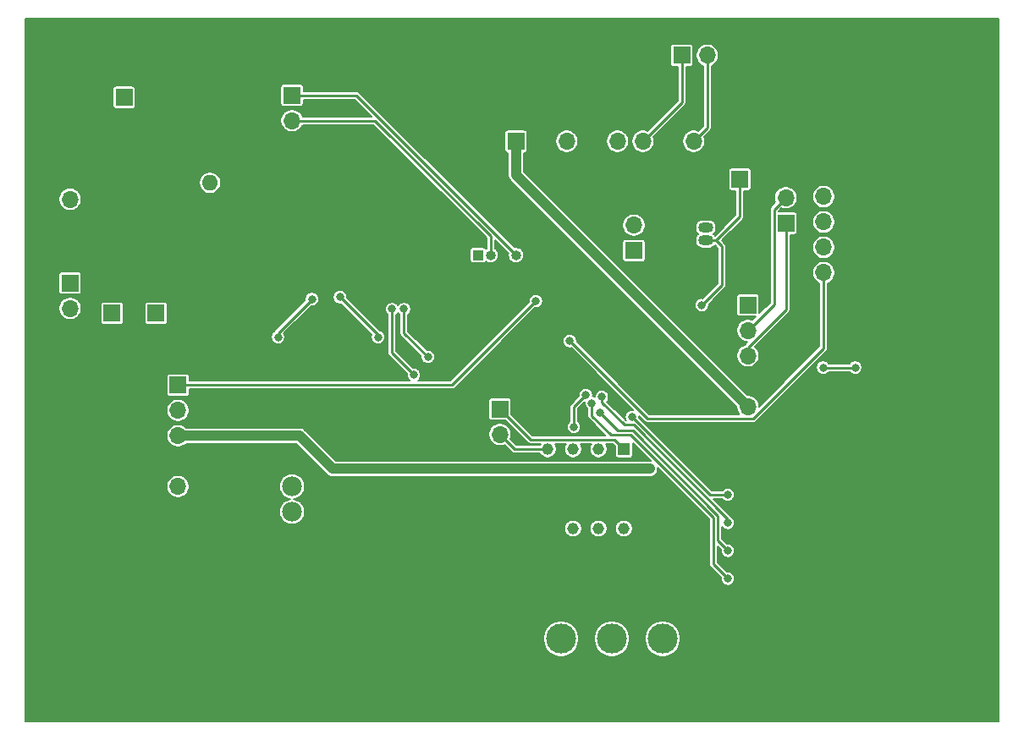
<source format=gbl>
%TF.GenerationSoftware,KiCad,Pcbnew,(5.1.12)-1*%
%TF.CreationDate,2022-08-06T16:21:54+02:00*%
%TF.ProjectId,PrototypV1_rx,50726f74-6f74-4797-9056-315f72782e6b,rev?*%
%TF.SameCoordinates,Original*%
%TF.FileFunction,Copper,L2,Bot*%
%TF.FilePolarity,Positive*%
%FSLAX46Y46*%
G04 Gerber Fmt 4.6, Leading zero omitted, Abs format (unit mm)*
G04 Created by KiCad (PCBNEW (5.1.12)-1) date 2022-08-06 16:21:54*
%MOMM*%
%LPD*%
G01*
G04 APERTURE LIST*
%TA.AperFunction,ComponentPad*%
%ADD10C,4.000000*%
%TD*%
%TA.AperFunction,ComponentPad*%
%ADD11O,4.000000X4.000000*%
%TD*%
%TA.AperFunction,ComponentPad*%
%ADD12R,1.700000X1.700000*%
%TD*%
%TA.AperFunction,ComponentPad*%
%ADD13O,1.700000X1.700000*%
%TD*%
%TA.AperFunction,ComponentPad*%
%ADD14R,1.500000X1.050000*%
%TD*%
%TA.AperFunction,ComponentPad*%
%ADD15O,1.500000X1.050000*%
%TD*%
%TA.AperFunction,ComponentPad*%
%ADD16O,1.600000X1.600000*%
%TD*%
%TA.AperFunction,ComponentPad*%
%ADD17C,1.600000*%
%TD*%
%TA.AperFunction,ComponentPad*%
%ADD18C,3.000000*%
%TD*%
%TA.AperFunction,ComponentPad*%
%ADD19R,3.000000X3.000000*%
%TD*%
%TA.AperFunction,ComponentPad*%
%ADD20O,1.000000X1.000000*%
%TD*%
%TA.AperFunction,ComponentPad*%
%ADD21R,1.000000X1.000000*%
%TD*%
%TA.AperFunction,ComponentPad*%
%ADD22C,1.980000*%
%TD*%
%TA.AperFunction,ComponentPad*%
%ADD23R,1.980000X1.980000*%
%TD*%
%TA.AperFunction,ComponentPad*%
%ADD24C,1.160000*%
%TD*%
%TA.AperFunction,ComponentPad*%
%ADD25R,1.160000X1.160000*%
%TD*%
%TA.AperFunction,ViaPad*%
%ADD26C,0.800000*%
%TD*%
%TA.AperFunction,Conductor*%
%ADD27C,1.000000*%
%TD*%
%TA.AperFunction,Conductor*%
%ADD28C,0.250000*%
%TD*%
%TA.AperFunction,Conductor*%
%ADD29C,0.200000*%
%TD*%
G04 APERTURE END LIST*
D10*
X17600000Y-89000000D03*
D11*
X106400000Y-152000000D03*
D12*
X32400000Y-93000000D03*
X85400000Y-89000000D03*
X57200000Y-132800000D03*
D13*
X60800000Y-126940000D03*
D12*
X60800000Y-124400000D03*
D13*
X89400000Y-103260000D03*
D12*
X89400000Y-105800000D03*
D13*
X81540000Y-89000000D03*
D12*
X79000000Y-89000000D03*
D13*
X40000000Y-95540000D03*
D12*
X40000000Y-93000000D03*
X23200000Y-93200000D03*
X26400000Y-114800000D03*
X22000000Y-114800000D03*
X84800000Y-101400000D03*
X19400000Y-135400000D03*
D13*
X74200000Y-106000000D03*
D12*
X74200000Y-108540000D03*
D13*
X17800000Y-114340000D03*
D12*
X17800000Y-111800000D03*
D14*
X81400000Y-108800000D03*
D15*
X81400000Y-106260000D03*
X81400000Y-107530000D03*
D16*
X31800000Y-101760000D03*
D17*
X31800000Y-117000000D03*
D13*
X17800000Y-103400000D03*
D12*
X17800000Y-100860000D03*
D13*
X85600000Y-124160000D03*
X85600000Y-121620000D03*
X85600000Y-119080000D03*
X85600000Y-116540000D03*
D12*
X85600000Y-114000000D03*
D13*
X28600000Y-132160000D03*
X28600000Y-129620000D03*
X28600000Y-127080000D03*
X28600000Y-124540000D03*
D12*
X28600000Y-122000000D03*
D18*
X77080000Y-147400000D03*
D19*
X61840000Y-147400000D03*
D18*
X72000000Y-147400000D03*
X66920000Y-147400000D03*
D13*
X93200000Y-110760000D03*
X93200000Y-108220000D03*
X93200000Y-105680000D03*
X93200000Y-103140000D03*
D12*
X93200000Y-100600000D03*
D20*
X62410000Y-109000000D03*
X61140000Y-109000000D03*
X59870000Y-109000000D03*
D21*
X58600000Y-109000000D03*
D13*
X80180000Y-97600000D03*
X77640000Y-97600000D03*
X75100000Y-97600000D03*
X72560000Y-97600000D03*
X70020000Y-97600000D03*
X67480000Y-97600000D03*
X64940000Y-97600000D03*
D12*
X62400000Y-97600000D03*
D22*
X40000000Y-134700000D03*
X40000000Y-132150000D03*
D23*
X40000000Y-129600000D03*
D24*
X73210000Y-136370000D03*
X70670000Y-136370000D03*
X68130000Y-136370000D03*
X65590000Y-136370000D03*
X65590000Y-128430000D03*
X68130000Y-128430000D03*
X70670000Y-128430000D03*
D25*
X73210000Y-128430000D03*
D26*
X39200000Y-103000000D03*
X39200000Y-101800000D03*
X43800000Y-103600000D03*
X37700000Y-101700000D03*
X37765000Y-103035000D03*
X48600000Y-107600000D03*
X48600000Y-108600000D03*
X48600000Y-109600000D03*
X48600000Y-110600000D03*
X48600000Y-106600000D03*
X48600000Y-105600000D03*
X47762500Y-133237500D03*
X55400000Y-125200000D03*
X61800000Y-117600000D03*
X87825000Y-89625000D03*
X96000000Y-142000000D03*
X96000000Y-139000000D03*
X96000000Y-136000000D03*
X96000000Y-133000000D03*
X49600000Y-104400000D03*
X49800000Y-109600000D03*
X49800000Y-108200000D03*
X49800000Y-106600000D03*
X48600000Y-115200000D03*
X75800000Y-130400000D03*
X48600000Y-117200000D03*
X44800000Y-113200000D03*
X42000000Y-113400000D03*
X38600000Y-117200000D03*
X68200000Y-126200000D03*
X69400000Y-123000000D03*
X53600000Y-119200000D03*
X51200000Y-114400000D03*
X52200000Y-121000000D03*
X50000000Y-114400000D03*
X81000000Y-114000000D03*
X64400000Y-113600000D03*
X67800000Y-117600000D03*
X93144999Y-120255001D03*
X96344999Y-120255001D03*
X70000000Y-123800000D03*
X83600000Y-141400000D03*
X70800000Y-124800000D03*
X83600000Y-138600000D03*
X71000000Y-123200000D03*
X83600000Y-135800000D03*
X74000000Y-125200000D03*
X83600000Y-133000000D03*
D27*
X40720002Y-127080000D02*
X28600000Y-127080000D01*
X44040002Y-130400000D02*
X40720002Y-127080000D01*
X75800000Y-130400000D02*
X44040002Y-130400000D01*
X62400000Y-100960000D02*
X62400000Y-97600000D01*
X85600000Y-124160000D02*
X62400000Y-100960000D01*
D28*
X48600000Y-117000000D02*
X48600000Y-117200000D01*
X44800000Y-113200000D02*
X48600000Y-117000000D01*
X38600000Y-116800000D02*
X38600000Y-117200000D01*
X42000000Y-113400000D02*
X38600000Y-116800000D01*
X62290000Y-128430000D02*
X65590000Y-128430000D01*
X60800000Y-126940000D02*
X62290000Y-128430000D01*
X68200000Y-124200000D02*
X69400000Y-123000000D01*
X68200000Y-126200000D02*
X68200000Y-124200000D01*
X72241434Y-127461434D02*
X73210000Y-128430000D01*
X63861434Y-127461434D02*
X72241434Y-127461434D01*
X60800000Y-124400000D02*
X63861434Y-127461434D01*
X79000000Y-93700000D02*
X75100000Y-97600000D01*
X79000000Y-89000000D02*
X79000000Y-93700000D01*
X51200000Y-116800000D02*
X53600000Y-119200000D01*
X51200000Y-114400000D02*
X51200000Y-116800000D01*
X50000000Y-118800000D02*
X52200000Y-121000000D01*
X50000000Y-114400000D02*
X50000000Y-118800000D01*
X40000000Y-95540000D02*
X48313590Y-95540000D01*
X59870000Y-107096410D02*
X59870000Y-109000000D01*
X48313590Y-95540000D02*
X59870000Y-107096410D01*
X46410000Y-93000000D02*
X62410000Y-109000000D01*
X40000000Y-93000000D02*
X46410000Y-93000000D01*
X82400000Y-107530000D02*
X83000000Y-108130000D01*
X83000000Y-112000000D02*
X81000000Y-114000000D01*
X83000000Y-108130000D02*
X83000000Y-112000000D01*
X84800000Y-105130000D02*
X84800000Y-101400000D01*
X82400000Y-107530000D02*
X84800000Y-105130000D01*
X81400000Y-107530000D02*
X82400000Y-107530000D01*
X88224999Y-104435001D02*
X89400000Y-103260000D01*
X88224999Y-113915001D02*
X88224999Y-104435001D01*
X85600000Y-116540000D02*
X88224999Y-113915001D01*
X89400000Y-114479002D02*
X89400000Y-105800000D01*
X85600000Y-118279002D02*
X89400000Y-114479002D01*
X85600000Y-119080000D02*
X85600000Y-118279002D01*
X64400000Y-113600000D02*
X56000000Y-122000000D01*
X56000000Y-122000000D02*
X44400000Y-122000000D01*
X44400000Y-122000000D02*
X28600000Y-122000000D01*
X44600000Y-122000000D02*
X44400000Y-122000000D01*
X93200000Y-118299002D02*
X93200000Y-110760000D01*
X86164001Y-125335001D02*
X93200000Y-118299002D01*
X75535001Y-125335001D02*
X86164001Y-125335001D01*
X67800000Y-117600000D02*
X75535001Y-125335001D01*
X93144999Y-120255001D02*
X96344999Y-120255001D01*
X96344999Y-120255001D02*
X96344999Y-120255001D01*
X82149990Y-139949990D02*
X83600000Y-141400000D01*
X82149990Y-135259220D02*
X82149990Y-139949990D01*
X73902195Y-127011425D02*
X82149990Y-135259220D01*
X71938423Y-127011425D02*
X73902195Y-127011425D01*
X70000000Y-125073002D02*
X71938423Y-127011425D01*
X70000000Y-123800000D02*
X70000000Y-125073002D01*
X82600000Y-137600000D02*
X83600000Y-138600000D01*
X82600000Y-135072820D02*
X82600000Y-137600000D01*
X74088595Y-126561415D02*
X82600000Y-135072820D01*
X72561415Y-126561415D02*
X74088595Y-126561415D01*
X70800000Y-124800000D02*
X72561415Y-126561415D01*
X73234315Y-126000000D02*
X74163590Y-126000000D01*
X71000000Y-123765685D02*
X73234315Y-126000000D01*
X71000000Y-123200000D02*
X71000000Y-123765685D01*
X83600000Y-135436410D02*
X83600000Y-135800000D01*
X74163590Y-126000000D02*
X83600000Y-135436410D01*
X81800000Y-133000000D02*
X83600000Y-133000000D01*
X74000000Y-125200000D02*
X81800000Y-133000000D01*
X81540000Y-96240000D02*
X80180000Y-97600000D01*
X81540000Y-89000000D02*
X81540000Y-96240000D01*
D29*
X110675001Y-155675000D02*
X13325000Y-155675000D01*
X13325000Y-147222716D01*
X65120000Y-147222716D01*
X65120000Y-147577284D01*
X65189173Y-147925041D01*
X65324861Y-148252620D01*
X65521849Y-148547433D01*
X65772567Y-148798151D01*
X66067380Y-148995139D01*
X66394959Y-149130827D01*
X66742716Y-149200000D01*
X67097284Y-149200000D01*
X67445041Y-149130827D01*
X67772620Y-148995139D01*
X68067433Y-148798151D01*
X68318151Y-148547433D01*
X68515139Y-148252620D01*
X68650827Y-147925041D01*
X68720000Y-147577284D01*
X68720000Y-147222716D01*
X70200000Y-147222716D01*
X70200000Y-147577284D01*
X70269173Y-147925041D01*
X70404861Y-148252620D01*
X70601849Y-148547433D01*
X70852567Y-148798151D01*
X71147380Y-148995139D01*
X71474959Y-149130827D01*
X71822716Y-149200000D01*
X72177284Y-149200000D01*
X72525041Y-149130827D01*
X72852620Y-148995139D01*
X73147433Y-148798151D01*
X73398151Y-148547433D01*
X73595139Y-148252620D01*
X73730827Y-147925041D01*
X73800000Y-147577284D01*
X73800000Y-147222716D01*
X75280000Y-147222716D01*
X75280000Y-147577284D01*
X75349173Y-147925041D01*
X75484861Y-148252620D01*
X75681849Y-148547433D01*
X75932567Y-148798151D01*
X76227380Y-148995139D01*
X76554959Y-149130827D01*
X76902716Y-149200000D01*
X77257284Y-149200000D01*
X77605041Y-149130827D01*
X77932620Y-148995139D01*
X78227433Y-148798151D01*
X78478151Y-148547433D01*
X78675139Y-148252620D01*
X78810827Y-147925041D01*
X78880000Y-147577284D01*
X78880000Y-147222716D01*
X78810827Y-146874959D01*
X78675139Y-146547380D01*
X78478151Y-146252567D01*
X78227433Y-146001849D01*
X77932620Y-145804861D01*
X77605041Y-145669173D01*
X77257284Y-145600000D01*
X76902716Y-145600000D01*
X76554959Y-145669173D01*
X76227380Y-145804861D01*
X75932567Y-146001849D01*
X75681849Y-146252567D01*
X75484861Y-146547380D01*
X75349173Y-146874959D01*
X75280000Y-147222716D01*
X73800000Y-147222716D01*
X73730827Y-146874959D01*
X73595139Y-146547380D01*
X73398151Y-146252567D01*
X73147433Y-146001849D01*
X72852620Y-145804861D01*
X72525041Y-145669173D01*
X72177284Y-145600000D01*
X71822716Y-145600000D01*
X71474959Y-145669173D01*
X71147380Y-145804861D01*
X70852567Y-146001849D01*
X70601849Y-146252567D01*
X70404861Y-146547380D01*
X70269173Y-146874959D01*
X70200000Y-147222716D01*
X68720000Y-147222716D01*
X68650827Y-146874959D01*
X68515139Y-146547380D01*
X68318151Y-146252567D01*
X68067433Y-146001849D01*
X67772620Y-145804861D01*
X67445041Y-145669173D01*
X67097284Y-145600000D01*
X66742716Y-145600000D01*
X66394959Y-145669173D01*
X66067380Y-145804861D01*
X65772567Y-146001849D01*
X65521849Y-146252567D01*
X65324861Y-146547380D01*
X65189173Y-146874959D01*
X65120000Y-147222716D01*
X13325000Y-147222716D01*
X13325000Y-136283328D01*
X67250000Y-136283328D01*
X67250000Y-136456672D01*
X67283818Y-136626687D01*
X67350154Y-136786836D01*
X67446459Y-136930967D01*
X67569033Y-137053541D01*
X67713164Y-137149846D01*
X67873313Y-137216182D01*
X68043328Y-137250000D01*
X68216672Y-137250000D01*
X68386687Y-137216182D01*
X68546836Y-137149846D01*
X68690967Y-137053541D01*
X68813541Y-136930967D01*
X68909846Y-136786836D01*
X68976182Y-136626687D01*
X69010000Y-136456672D01*
X69010000Y-136283328D01*
X69790000Y-136283328D01*
X69790000Y-136456672D01*
X69823818Y-136626687D01*
X69890154Y-136786836D01*
X69986459Y-136930967D01*
X70109033Y-137053541D01*
X70253164Y-137149846D01*
X70413313Y-137216182D01*
X70583328Y-137250000D01*
X70756672Y-137250000D01*
X70926687Y-137216182D01*
X71086836Y-137149846D01*
X71230967Y-137053541D01*
X71353541Y-136930967D01*
X71449846Y-136786836D01*
X71516182Y-136626687D01*
X71550000Y-136456672D01*
X71550000Y-136283328D01*
X72330000Y-136283328D01*
X72330000Y-136456672D01*
X72363818Y-136626687D01*
X72430154Y-136786836D01*
X72526459Y-136930967D01*
X72649033Y-137053541D01*
X72793164Y-137149846D01*
X72953313Y-137216182D01*
X73123328Y-137250000D01*
X73296672Y-137250000D01*
X73466687Y-137216182D01*
X73626836Y-137149846D01*
X73770967Y-137053541D01*
X73893541Y-136930967D01*
X73989846Y-136786836D01*
X74056182Y-136626687D01*
X74090000Y-136456672D01*
X74090000Y-136283328D01*
X74056182Y-136113313D01*
X73989846Y-135953164D01*
X73893541Y-135809033D01*
X73770967Y-135686459D01*
X73626836Y-135590154D01*
X73466687Y-135523818D01*
X73296672Y-135490000D01*
X73123328Y-135490000D01*
X72953313Y-135523818D01*
X72793164Y-135590154D01*
X72649033Y-135686459D01*
X72526459Y-135809033D01*
X72430154Y-135953164D01*
X72363818Y-136113313D01*
X72330000Y-136283328D01*
X71550000Y-136283328D01*
X71516182Y-136113313D01*
X71449846Y-135953164D01*
X71353541Y-135809033D01*
X71230967Y-135686459D01*
X71086836Y-135590154D01*
X70926687Y-135523818D01*
X70756672Y-135490000D01*
X70583328Y-135490000D01*
X70413313Y-135523818D01*
X70253164Y-135590154D01*
X70109033Y-135686459D01*
X69986459Y-135809033D01*
X69890154Y-135953164D01*
X69823818Y-136113313D01*
X69790000Y-136283328D01*
X69010000Y-136283328D01*
X68976182Y-136113313D01*
X68909846Y-135953164D01*
X68813541Y-135809033D01*
X68690967Y-135686459D01*
X68546836Y-135590154D01*
X68386687Y-135523818D01*
X68216672Y-135490000D01*
X68043328Y-135490000D01*
X67873313Y-135523818D01*
X67713164Y-135590154D01*
X67569033Y-135686459D01*
X67446459Y-135809033D01*
X67350154Y-135953164D01*
X67283818Y-136113313D01*
X67250000Y-136283328D01*
X13325000Y-136283328D01*
X13325000Y-132046735D01*
X27450000Y-132046735D01*
X27450000Y-132273265D01*
X27494194Y-132495443D01*
X27580884Y-132704729D01*
X27706737Y-132893082D01*
X27866918Y-133053263D01*
X28055271Y-133179116D01*
X28264557Y-133265806D01*
X28486735Y-133310000D01*
X28713265Y-133310000D01*
X28935443Y-133265806D01*
X29144729Y-133179116D01*
X29333082Y-133053263D01*
X29493263Y-132893082D01*
X29619116Y-132704729D01*
X29705806Y-132495443D01*
X29750000Y-132273265D01*
X29750000Y-132046735D01*
X29745269Y-132022946D01*
X38710000Y-132022946D01*
X38710000Y-132277054D01*
X38759574Y-132526279D01*
X38856817Y-132761044D01*
X38997991Y-132972327D01*
X39177673Y-133152009D01*
X39388956Y-133293183D01*
X39623721Y-133390426D01*
X39797536Y-133425000D01*
X39623721Y-133459574D01*
X39388956Y-133556817D01*
X39177673Y-133697991D01*
X38997991Y-133877673D01*
X38856817Y-134088956D01*
X38759574Y-134323721D01*
X38710000Y-134572946D01*
X38710000Y-134827054D01*
X38759574Y-135076279D01*
X38856817Y-135311044D01*
X38997991Y-135522327D01*
X39177673Y-135702009D01*
X39388956Y-135843183D01*
X39623721Y-135940426D01*
X39872946Y-135990000D01*
X40127054Y-135990000D01*
X40376279Y-135940426D01*
X40611044Y-135843183D01*
X40822327Y-135702009D01*
X41002009Y-135522327D01*
X41143183Y-135311044D01*
X41240426Y-135076279D01*
X41290000Y-134827054D01*
X41290000Y-134572946D01*
X41240426Y-134323721D01*
X41143183Y-134088956D01*
X41002009Y-133877673D01*
X40822327Y-133697991D01*
X40611044Y-133556817D01*
X40376279Y-133459574D01*
X40202464Y-133425000D01*
X40376279Y-133390426D01*
X40611044Y-133293183D01*
X40822327Y-133152009D01*
X41002009Y-132972327D01*
X41143183Y-132761044D01*
X41240426Y-132526279D01*
X41290000Y-132277054D01*
X41290000Y-132022946D01*
X41240426Y-131773721D01*
X41143183Y-131538956D01*
X41002009Y-131327673D01*
X40822327Y-131147991D01*
X40611044Y-131006817D01*
X40376279Y-130909574D01*
X40127054Y-130860000D01*
X39872946Y-130860000D01*
X39623721Y-130909574D01*
X39388956Y-131006817D01*
X39177673Y-131147991D01*
X38997991Y-131327673D01*
X38856817Y-131538956D01*
X38759574Y-131773721D01*
X38710000Y-132022946D01*
X29745269Y-132022946D01*
X29705806Y-131824557D01*
X29619116Y-131615271D01*
X29493263Y-131426918D01*
X29333082Y-131266737D01*
X29144729Y-131140884D01*
X28935443Y-131054194D01*
X28713265Y-131010000D01*
X28486735Y-131010000D01*
X28264557Y-131054194D01*
X28055271Y-131140884D01*
X27866918Y-131266737D01*
X27706737Y-131426918D01*
X27580884Y-131615271D01*
X27494194Y-131824557D01*
X27450000Y-132046735D01*
X13325000Y-132046735D01*
X13325000Y-126966735D01*
X27450000Y-126966735D01*
X27450000Y-127193265D01*
X27494194Y-127415443D01*
X27580884Y-127624729D01*
X27706737Y-127813082D01*
X27866918Y-127973263D01*
X28055271Y-128099116D01*
X28264557Y-128185806D01*
X28486735Y-128230000D01*
X28713265Y-128230000D01*
X28935443Y-128185806D01*
X29144729Y-128099116D01*
X29333082Y-127973263D01*
X29426345Y-127880000D01*
X40388632Y-127880000D01*
X43446533Y-130937902D01*
X43471580Y-130968422D01*
X43502100Y-130993469D01*
X43593395Y-131068393D01*
X43729016Y-131140884D01*
X43732374Y-131142679D01*
X43883175Y-131188424D01*
X44000709Y-131200000D01*
X44000710Y-131200000D01*
X44040001Y-131203870D01*
X44079292Y-131200000D01*
X75839293Y-131200000D01*
X75956827Y-131188424D01*
X76107628Y-131142679D01*
X76246606Y-131068393D01*
X76368422Y-130968422D01*
X76468393Y-130846606D01*
X76542679Y-130707628D01*
X76588424Y-130556827D01*
X76603870Y-130400000D01*
X76594490Y-130304760D01*
X81724990Y-135435260D01*
X81724991Y-139929113D01*
X81722935Y-139949990D01*
X81731140Y-140033304D01*
X81755443Y-140113417D01*
X81794907Y-140187250D01*
X81848017Y-140251964D01*
X81864229Y-140265269D01*
X82904980Y-141306021D01*
X82900000Y-141331056D01*
X82900000Y-141468944D01*
X82926901Y-141604182D01*
X82979668Y-141731574D01*
X83056274Y-141846224D01*
X83153776Y-141943726D01*
X83268426Y-142020332D01*
X83395818Y-142073099D01*
X83531056Y-142100000D01*
X83668944Y-142100000D01*
X83804182Y-142073099D01*
X83931574Y-142020332D01*
X84046224Y-141943726D01*
X84143726Y-141846224D01*
X84220332Y-141731574D01*
X84273099Y-141604182D01*
X84300000Y-141468944D01*
X84300000Y-141331056D01*
X84273099Y-141195818D01*
X84220332Y-141068426D01*
X84143726Y-140953776D01*
X84046224Y-140856274D01*
X83931574Y-140779668D01*
X83804182Y-140726901D01*
X83668944Y-140700000D01*
X83531056Y-140700000D01*
X83506021Y-140704980D01*
X82574990Y-139773950D01*
X82574990Y-138176030D01*
X82904980Y-138506020D01*
X82900000Y-138531056D01*
X82900000Y-138668944D01*
X82926901Y-138804182D01*
X82979668Y-138931574D01*
X83056274Y-139046224D01*
X83153776Y-139143726D01*
X83268426Y-139220332D01*
X83395818Y-139273099D01*
X83531056Y-139300000D01*
X83668944Y-139300000D01*
X83804182Y-139273099D01*
X83931574Y-139220332D01*
X84046224Y-139143726D01*
X84143726Y-139046224D01*
X84220332Y-138931574D01*
X84273099Y-138804182D01*
X84300000Y-138668944D01*
X84300000Y-138531056D01*
X84273099Y-138395818D01*
X84220332Y-138268426D01*
X84143726Y-138153776D01*
X84046224Y-138056274D01*
X83931574Y-137979668D01*
X83804182Y-137926901D01*
X83668944Y-137900000D01*
X83531056Y-137900000D01*
X83506020Y-137904980D01*
X83025000Y-137423960D01*
X83025000Y-136199419D01*
X83056274Y-136246224D01*
X83153776Y-136343726D01*
X83268426Y-136420332D01*
X83395818Y-136473099D01*
X83531056Y-136500000D01*
X83668944Y-136500000D01*
X83804182Y-136473099D01*
X83931574Y-136420332D01*
X84046224Y-136343726D01*
X84143726Y-136246224D01*
X84220332Y-136131574D01*
X84273099Y-136004182D01*
X84300000Y-135868944D01*
X84300000Y-135731056D01*
X84273099Y-135595818D01*
X84220332Y-135468426D01*
X84143726Y-135353776D01*
X84046224Y-135256274D01*
X83948227Y-135190795D01*
X83921530Y-135158265D01*
X83915280Y-135150649D01*
X83915279Y-135150648D01*
X83901974Y-135134436D01*
X83885763Y-135121132D01*
X82189631Y-133425000D01*
X83042093Y-133425000D01*
X83056274Y-133446224D01*
X83153776Y-133543726D01*
X83268426Y-133620332D01*
X83395818Y-133673099D01*
X83531056Y-133700000D01*
X83668944Y-133700000D01*
X83804182Y-133673099D01*
X83931574Y-133620332D01*
X84046224Y-133543726D01*
X84143726Y-133446224D01*
X84220332Y-133331574D01*
X84273099Y-133204182D01*
X84300000Y-133068944D01*
X84300000Y-132931056D01*
X84273099Y-132795818D01*
X84220332Y-132668426D01*
X84143726Y-132553776D01*
X84046224Y-132456274D01*
X83931574Y-132379668D01*
X83804182Y-132326901D01*
X83668944Y-132300000D01*
X83531056Y-132300000D01*
X83395818Y-132326901D01*
X83268426Y-132379668D01*
X83153776Y-132456274D01*
X83056274Y-132553776D01*
X83042093Y-132575000D01*
X81976041Y-132575000D01*
X74695020Y-125293980D01*
X74700000Y-125268944D01*
X74700000Y-125131056D01*
X74692547Y-125093588D01*
X75219722Y-125620763D01*
X75233027Y-125636975D01*
X75249239Y-125650280D01*
X75249240Y-125650281D01*
X75273951Y-125670561D01*
X75297741Y-125690085D01*
X75371574Y-125729549D01*
X75427384Y-125746479D01*
X75451686Y-125753851D01*
X75460099Y-125754680D01*
X75514127Y-125760001D01*
X75514133Y-125760001D01*
X75535000Y-125762056D01*
X75555867Y-125760001D01*
X86143134Y-125760001D01*
X86164001Y-125762056D01*
X86184868Y-125760001D01*
X86184875Y-125760001D01*
X86247315Y-125753851D01*
X86327428Y-125729549D01*
X86401261Y-125690085D01*
X86465975Y-125636975D01*
X86479285Y-125620757D01*
X91913985Y-120186057D01*
X92444999Y-120186057D01*
X92444999Y-120323945D01*
X92471900Y-120459183D01*
X92524667Y-120586575D01*
X92601273Y-120701225D01*
X92698775Y-120798727D01*
X92813425Y-120875333D01*
X92940817Y-120928100D01*
X93076055Y-120955001D01*
X93213943Y-120955001D01*
X93349181Y-120928100D01*
X93476573Y-120875333D01*
X93591223Y-120798727D01*
X93688725Y-120701225D01*
X93702906Y-120680001D01*
X95787092Y-120680001D01*
X95801273Y-120701225D01*
X95898775Y-120798727D01*
X96013425Y-120875333D01*
X96140817Y-120928100D01*
X96276055Y-120955001D01*
X96413943Y-120955001D01*
X96549181Y-120928100D01*
X96676573Y-120875333D01*
X96791223Y-120798727D01*
X96888725Y-120701225D01*
X96965331Y-120586575D01*
X97018098Y-120459183D01*
X97044999Y-120323945D01*
X97044999Y-120186057D01*
X97018098Y-120050819D01*
X96965331Y-119923427D01*
X96888725Y-119808777D01*
X96791223Y-119711275D01*
X96676573Y-119634669D01*
X96549181Y-119581902D01*
X96413943Y-119555001D01*
X96276055Y-119555001D01*
X96140817Y-119581902D01*
X96013425Y-119634669D01*
X95898775Y-119711275D01*
X95801273Y-119808777D01*
X95787092Y-119830001D01*
X93702906Y-119830001D01*
X93688725Y-119808777D01*
X93591223Y-119711275D01*
X93476573Y-119634669D01*
X93349181Y-119581902D01*
X93213943Y-119555001D01*
X93076055Y-119555001D01*
X92940817Y-119581902D01*
X92813425Y-119634669D01*
X92698775Y-119711275D01*
X92601273Y-119808777D01*
X92524667Y-119923427D01*
X92471900Y-120050819D01*
X92444999Y-120186057D01*
X91913985Y-120186057D01*
X93485763Y-118614280D01*
X93501974Y-118600976D01*
X93555084Y-118536262D01*
X93594548Y-118462429D01*
X93618850Y-118382316D01*
X93625000Y-118319876D01*
X93625000Y-118319870D01*
X93627055Y-118299003D01*
X93625000Y-118278136D01*
X93625000Y-111828710D01*
X93744729Y-111779116D01*
X93933082Y-111653263D01*
X94093263Y-111493082D01*
X94219116Y-111304729D01*
X94305806Y-111095443D01*
X94350000Y-110873265D01*
X94350000Y-110646735D01*
X94305806Y-110424557D01*
X94219116Y-110215271D01*
X94093263Y-110026918D01*
X93933082Y-109866737D01*
X93744729Y-109740884D01*
X93535443Y-109654194D01*
X93313265Y-109610000D01*
X93086735Y-109610000D01*
X92864557Y-109654194D01*
X92655271Y-109740884D01*
X92466918Y-109866737D01*
X92306737Y-110026918D01*
X92180884Y-110215271D01*
X92094194Y-110424557D01*
X92050000Y-110646735D01*
X92050000Y-110873265D01*
X92094194Y-111095443D01*
X92180884Y-111304729D01*
X92306737Y-111493082D01*
X92466918Y-111653263D01*
X92655271Y-111779116D01*
X92775001Y-111828710D01*
X92775000Y-118122961D01*
X86750000Y-124147962D01*
X86750000Y-124046735D01*
X86705806Y-123824557D01*
X86619116Y-123615271D01*
X86493263Y-123426918D01*
X86333082Y-123266737D01*
X86144729Y-123140884D01*
X85935443Y-123054194D01*
X85713265Y-123010000D01*
X85581371Y-123010000D01*
X76502427Y-113931056D01*
X80300000Y-113931056D01*
X80300000Y-114068944D01*
X80326901Y-114204182D01*
X80379668Y-114331574D01*
X80456274Y-114446224D01*
X80553776Y-114543726D01*
X80668426Y-114620332D01*
X80795818Y-114673099D01*
X80931056Y-114700000D01*
X81068944Y-114700000D01*
X81204182Y-114673099D01*
X81331574Y-114620332D01*
X81446224Y-114543726D01*
X81543726Y-114446224D01*
X81620332Y-114331574D01*
X81673099Y-114204182D01*
X81700000Y-114068944D01*
X81700000Y-113931056D01*
X81695020Y-113906020D01*
X82451040Y-113150000D01*
X84448549Y-113150000D01*
X84448549Y-114850000D01*
X84454341Y-114908810D01*
X84471496Y-114965360D01*
X84499353Y-115017477D01*
X84536842Y-115063158D01*
X84582523Y-115100647D01*
X84634640Y-115128504D01*
X84691190Y-115145659D01*
X84750000Y-115151451D01*
X86387509Y-115151451D01*
X86055172Y-115483788D01*
X85935443Y-115434194D01*
X85713265Y-115390000D01*
X85486735Y-115390000D01*
X85264557Y-115434194D01*
X85055271Y-115520884D01*
X84866918Y-115646737D01*
X84706737Y-115806918D01*
X84580884Y-115995271D01*
X84494194Y-116204557D01*
X84450000Y-116426735D01*
X84450000Y-116653265D01*
X84494194Y-116875443D01*
X84580884Y-117084729D01*
X84706737Y-117273082D01*
X84866918Y-117433263D01*
X85055271Y-117559116D01*
X85264557Y-117645806D01*
X85486735Y-117690000D01*
X85587962Y-117690000D01*
X85314239Y-117963723D01*
X85313292Y-117964500D01*
X85264557Y-117974194D01*
X85055271Y-118060884D01*
X84866918Y-118186737D01*
X84706737Y-118346918D01*
X84580884Y-118535271D01*
X84494194Y-118744557D01*
X84450000Y-118966735D01*
X84450000Y-119193265D01*
X84494194Y-119415443D01*
X84580884Y-119624729D01*
X84706737Y-119813082D01*
X84866918Y-119973263D01*
X85055271Y-120099116D01*
X85264557Y-120185806D01*
X85486735Y-120230000D01*
X85713265Y-120230000D01*
X85935443Y-120185806D01*
X86144729Y-120099116D01*
X86333082Y-119973263D01*
X86493263Y-119813082D01*
X86619116Y-119624729D01*
X86705806Y-119415443D01*
X86750000Y-119193265D01*
X86750000Y-118966735D01*
X86705806Y-118744557D01*
X86619116Y-118535271D01*
X86493263Y-118346918D01*
X86333082Y-118186737D01*
X86309237Y-118170805D01*
X89685758Y-114794284D01*
X89701974Y-114780976D01*
X89755084Y-114716262D01*
X89794548Y-114642429D01*
X89818850Y-114562316D01*
X89825000Y-114499876D01*
X89825000Y-114499875D01*
X89827056Y-114479002D01*
X89825000Y-114458128D01*
X89825000Y-108106735D01*
X92050000Y-108106735D01*
X92050000Y-108333265D01*
X92094194Y-108555443D01*
X92180884Y-108764729D01*
X92306737Y-108953082D01*
X92466918Y-109113263D01*
X92655271Y-109239116D01*
X92864557Y-109325806D01*
X93086735Y-109370000D01*
X93313265Y-109370000D01*
X93535443Y-109325806D01*
X93744729Y-109239116D01*
X93933082Y-109113263D01*
X94093263Y-108953082D01*
X94219116Y-108764729D01*
X94305806Y-108555443D01*
X94350000Y-108333265D01*
X94350000Y-108106735D01*
X94305806Y-107884557D01*
X94219116Y-107675271D01*
X94093263Y-107486918D01*
X93933082Y-107326737D01*
X93744729Y-107200884D01*
X93535443Y-107114194D01*
X93313265Y-107070000D01*
X93086735Y-107070000D01*
X92864557Y-107114194D01*
X92655271Y-107200884D01*
X92466918Y-107326737D01*
X92306737Y-107486918D01*
X92180884Y-107675271D01*
X92094194Y-107884557D01*
X92050000Y-108106735D01*
X89825000Y-108106735D01*
X89825000Y-106951451D01*
X90250000Y-106951451D01*
X90308810Y-106945659D01*
X90365360Y-106928504D01*
X90417477Y-106900647D01*
X90463158Y-106863158D01*
X90500647Y-106817477D01*
X90528504Y-106765360D01*
X90545659Y-106708810D01*
X90551451Y-106650000D01*
X90551451Y-105566735D01*
X92050000Y-105566735D01*
X92050000Y-105793265D01*
X92094194Y-106015443D01*
X92180884Y-106224729D01*
X92306737Y-106413082D01*
X92466918Y-106573263D01*
X92655271Y-106699116D01*
X92864557Y-106785806D01*
X93086735Y-106830000D01*
X93313265Y-106830000D01*
X93535443Y-106785806D01*
X93744729Y-106699116D01*
X93933082Y-106573263D01*
X94093263Y-106413082D01*
X94219116Y-106224729D01*
X94305806Y-106015443D01*
X94350000Y-105793265D01*
X94350000Y-105566735D01*
X94305806Y-105344557D01*
X94219116Y-105135271D01*
X94093263Y-104946918D01*
X93933082Y-104786737D01*
X93744729Y-104660884D01*
X93535443Y-104574194D01*
X93313265Y-104530000D01*
X93086735Y-104530000D01*
X92864557Y-104574194D01*
X92655271Y-104660884D01*
X92466918Y-104786737D01*
X92306737Y-104946918D01*
X92180884Y-105135271D01*
X92094194Y-105344557D01*
X92050000Y-105566735D01*
X90551451Y-105566735D01*
X90551451Y-104950000D01*
X90545659Y-104891190D01*
X90528504Y-104834640D01*
X90500647Y-104782523D01*
X90463158Y-104736842D01*
X90417477Y-104699353D01*
X90365360Y-104671496D01*
X90308810Y-104654341D01*
X90250000Y-104648549D01*
X88649999Y-104648549D01*
X88649999Y-104611041D01*
X88944828Y-104316212D01*
X89064557Y-104365806D01*
X89286735Y-104410000D01*
X89513265Y-104410000D01*
X89735443Y-104365806D01*
X89944729Y-104279116D01*
X90133082Y-104153263D01*
X90293263Y-103993082D01*
X90419116Y-103804729D01*
X90505806Y-103595443D01*
X90550000Y-103373265D01*
X90550000Y-103146735D01*
X90526131Y-103026735D01*
X92050000Y-103026735D01*
X92050000Y-103253265D01*
X92094194Y-103475443D01*
X92180884Y-103684729D01*
X92306737Y-103873082D01*
X92466918Y-104033263D01*
X92655271Y-104159116D01*
X92864557Y-104245806D01*
X93086735Y-104290000D01*
X93313265Y-104290000D01*
X93535443Y-104245806D01*
X93744729Y-104159116D01*
X93933082Y-104033263D01*
X94093263Y-103873082D01*
X94219116Y-103684729D01*
X94305806Y-103475443D01*
X94350000Y-103253265D01*
X94350000Y-103026735D01*
X94305806Y-102804557D01*
X94219116Y-102595271D01*
X94093263Y-102406918D01*
X93933082Y-102246737D01*
X93744729Y-102120884D01*
X93535443Y-102034194D01*
X93313265Y-101990000D01*
X93086735Y-101990000D01*
X92864557Y-102034194D01*
X92655271Y-102120884D01*
X92466918Y-102246737D01*
X92306737Y-102406918D01*
X92180884Y-102595271D01*
X92094194Y-102804557D01*
X92050000Y-103026735D01*
X90526131Y-103026735D01*
X90505806Y-102924557D01*
X90419116Y-102715271D01*
X90293263Y-102526918D01*
X90133082Y-102366737D01*
X89944729Y-102240884D01*
X89735443Y-102154194D01*
X89513265Y-102110000D01*
X89286735Y-102110000D01*
X89064557Y-102154194D01*
X88855271Y-102240884D01*
X88666918Y-102366737D01*
X88506737Y-102526918D01*
X88380884Y-102715271D01*
X88294194Y-102924557D01*
X88250000Y-103146735D01*
X88250000Y-103373265D01*
X88294194Y-103595443D01*
X88343788Y-103715172D01*
X87939238Y-104119722D01*
X87923026Y-104133027D01*
X87909721Y-104149239D01*
X87909719Y-104149241D01*
X87901615Y-104159116D01*
X87869916Y-104197741D01*
X87844225Y-104245806D01*
X87830452Y-104271574D01*
X87806149Y-104351687D01*
X87797944Y-104435001D01*
X87800000Y-104455878D01*
X87799999Y-113738960D01*
X86751451Y-114787508D01*
X86751451Y-113150000D01*
X86745659Y-113091190D01*
X86728504Y-113034640D01*
X86700647Y-112982523D01*
X86663158Y-112936842D01*
X86617477Y-112899353D01*
X86565360Y-112871496D01*
X86508810Y-112854341D01*
X86450000Y-112848549D01*
X84750000Y-112848549D01*
X84691190Y-112854341D01*
X84634640Y-112871496D01*
X84582523Y-112899353D01*
X84536842Y-112936842D01*
X84499353Y-112982523D01*
X84471496Y-113034640D01*
X84454341Y-113091190D01*
X84448549Y-113150000D01*
X82451040Y-113150000D01*
X83285762Y-112315279D01*
X83301974Y-112301974D01*
X83355084Y-112237260D01*
X83394548Y-112163427D01*
X83418850Y-112083314D01*
X83425000Y-112020874D01*
X83425000Y-112020868D01*
X83427055Y-112000001D01*
X83425000Y-111979134D01*
X83425000Y-108150866D01*
X83427055Y-108129999D01*
X83425000Y-108109132D01*
X83425000Y-108109126D01*
X83418850Y-108046686D01*
X83394548Y-107966573D01*
X83355084Y-107892740D01*
X83301974Y-107828026D01*
X83285763Y-107814722D01*
X83001040Y-107530000D01*
X85085758Y-105445282D01*
X85101974Y-105431974D01*
X85155084Y-105367260D01*
X85194548Y-105293427D01*
X85218850Y-105213314D01*
X85225000Y-105150874D01*
X85225000Y-105150873D01*
X85227056Y-105130000D01*
X85225000Y-105109126D01*
X85225000Y-102551451D01*
X85650000Y-102551451D01*
X85708810Y-102545659D01*
X85765360Y-102528504D01*
X85817477Y-102500647D01*
X85863158Y-102463158D01*
X85900647Y-102417477D01*
X85928504Y-102365360D01*
X85945659Y-102308810D01*
X85951451Y-102250000D01*
X85951451Y-100550000D01*
X85945659Y-100491190D01*
X85928504Y-100434640D01*
X85900647Y-100382523D01*
X85863158Y-100336842D01*
X85817477Y-100299353D01*
X85765360Y-100271496D01*
X85708810Y-100254341D01*
X85650000Y-100248549D01*
X83950000Y-100248549D01*
X83891190Y-100254341D01*
X83834640Y-100271496D01*
X83782523Y-100299353D01*
X83736842Y-100336842D01*
X83699353Y-100382523D01*
X83671496Y-100434640D01*
X83654341Y-100491190D01*
X83648549Y-100550000D01*
X83648549Y-102250000D01*
X83654341Y-102308810D01*
X83671496Y-102365360D01*
X83699353Y-102417477D01*
X83736842Y-102463158D01*
X83782523Y-102500647D01*
X83834640Y-102528504D01*
X83891190Y-102545659D01*
X83950000Y-102551451D01*
X84375001Y-102551451D01*
X84375000Y-104953960D01*
X82289599Y-107039361D01*
X82211185Y-106943815D01*
X82151704Y-106895000D01*
X82211185Y-106846185D01*
X82314281Y-106720563D01*
X82390888Y-106577241D01*
X82438062Y-106421728D01*
X82453991Y-106260000D01*
X82438062Y-106098272D01*
X82390888Y-105942759D01*
X82314281Y-105799437D01*
X82211185Y-105673815D01*
X82085563Y-105570719D01*
X81942241Y-105494112D01*
X81786728Y-105446938D01*
X81665521Y-105435000D01*
X81134479Y-105435000D01*
X81013272Y-105446938D01*
X80857759Y-105494112D01*
X80714437Y-105570719D01*
X80588815Y-105673815D01*
X80485719Y-105799437D01*
X80409112Y-105942759D01*
X80361938Y-106098272D01*
X80346009Y-106260000D01*
X80361938Y-106421728D01*
X80409112Y-106577241D01*
X80485719Y-106720563D01*
X80588815Y-106846185D01*
X80648296Y-106895000D01*
X80588815Y-106943815D01*
X80485719Y-107069437D01*
X80409112Y-107212759D01*
X80361938Y-107368272D01*
X80346009Y-107530000D01*
X80361938Y-107691728D01*
X80409112Y-107847241D01*
X80485719Y-107990563D01*
X80588815Y-108116185D01*
X80714437Y-108219281D01*
X80857759Y-108295888D01*
X81013272Y-108343062D01*
X81134479Y-108355000D01*
X81665521Y-108355000D01*
X81786728Y-108343062D01*
X81942241Y-108295888D01*
X82085563Y-108219281D01*
X82211185Y-108116185D01*
X82289598Y-108020639D01*
X82575000Y-108306041D01*
X82575001Y-111823958D01*
X81093980Y-113304980D01*
X81068944Y-113300000D01*
X80931056Y-113300000D01*
X80795818Y-113326901D01*
X80668426Y-113379668D01*
X80553776Y-113456274D01*
X80456274Y-113553776D01*
X80379668Y-113668426D01*
X80326901Y-113795818D01*
X80300000Y-113931056D01*
X76502427Y-113931056D01*
X70261371Y-107690000D01*
X73048549Y-107690000D01*
X73048549Y-109390000D01*
X73054341Y-109448810D01*
X73071496Y-109505360D01*
X73099353Y-109557477D01*
X73136842Y-109603158D01*
X73182523Y-109640647D01*
X73234640Y-109668504D01*
X73291190Y-109685659D01*
X73350000Y-109691451D01*
X75050000Y-109691451D01*
X75108810Y-109685659D01*
X75165360Y-109668504D01*
X75217477Y-109640647D01*
X75263158Y-109603158D01*
X75300647Y-109557477D01*
X75328504Y-109505360D01*
X75345659Y-109448810D01*
X75351451Y-109390000D01*
X75351451Y-107690000D01*
X75345659Y-107631190D01*
X75328504Y-107574640D01*
X75300647Y-107522523D01*
X75263158Y-107476842D01*
X75217477Y-107439353D01*
X75165360Y-107411496D01*
X75108810Y-107394341D01*
X75050000Y-107388549D01*
X73350000Y-107388549D01*
X73291190Y-107394341D01*
X73234640Y-107411496D01*
X73182523Y-107439353D01*
X73136842Y-107476842D01*
X73099353Y-107522523D01*
X73071496Y-107574640D01*
X73054341Y-107631190D01*
X73048549Y-107690000D01*
X70261371Y-107690000D01*
X68458106Y-105886735D01*
X73050000Y-105886735D01*
X73050000Y-106113265D01*
X73094194Y-106335443D01*
X73180884Y-106544729D01*
X73306737Y-106733082D01*
X73466918Y-106893263D01*
X73655271Y-107019116D01*
X73864557Y-107105806D01*
X74086735Y-107150000D01*
X74313265Y-107150000D01*
X74535443Y-107105806D01*
X74744729Y-107019116D01*
X74933082Y-106893263D01*
X75093263Y-106733082D01*
X75219116Y-106544729D01*
X75305806Y-106335443D01*
X75350000Y-106113265D01*
X75350000Y-105886735D01*
X75305806Y-105664557D01*
X75219116Y-105455271D01*
X75093263Y-105266918D01*
X74933082Y-105106737D01*
X74744729Y-104980884D01*
X74535443Y-104894194D01*
X74313265Y-104850000D01*
X74086735Y-104850000D01*
X73864557Y-104894194D01*
X73655271Y-104980884D01*
X73466918Y-105106737D01*
X73306737Y-105266918D01*
X73180884Y-105455271D01*
X73094194Y-105664557D01*
X73050000Y-105886735D01*
X68458106Y-105886735D01*
X63200000Y-100628630D01*
X63200000Y-98751451D01*
X63250000Y-98751451D01*
X63308810Y-98745659D01*
X63365360Y-98728504D01*
X63417477Y-98700647D01*
X63463158Y-98663158D01*
X63500647Y-98617477D01*
X63528504Y-98565360D01*
X63545659Y-98508810D01*
X63551451Y-98450000D01*
X63551451Y-97486735D01*
X66330000Y-97486735D01*
X66330000Y-97713265D01*
X66374194Y-97935443D01*
X66460884Y-98144729D01*
X66586737Y-98333082D01*
X66746918Y-98493263D01*
X66935271Y-98619116D01*
X67144557Y-98705806D01*
X67366735Y-98750000D01*
X67593265Y-98750000D01*
X67815443Y-98705806D01*
X68024729Y-98619116D01*
X68213082Y-98493263D01*
X68373263Y-98333082D01*
X68499116Y-98144729D01*
X68585806Y-97935443D01*
X68630000Y-97713265D01*
X68630000Y-97486735D01*
X71410000Y-97486735D01*
X71410000Y-97713265D01*
X71454194Y-97935443D01*
X71540884Y-98144729D01*
X71666737Y-98333082D01*
X71826918Y-98493263D01*
X72015271Y-98619116D01*
X72224557Y-98705806D01*
X72446735Y-98750000D01*
X72673265Y-98750000D01*
X72895443Y-98705806D01*
X73104729Y-98619116D01*
X73293082Y-98493263D01*
X73453263Y-98333082D01*
X73579116Y-98144729D01*
X73665806Y-97935443D01*
X73710000Y-97713265D01*
X73710000Y-97486735D01*
X73950000Y-97486735D01*
X73950000Y-97713265D01*
X73994194Y-97935443D01*
X74080884Y-98144729D01*
X74206737Y-98333082D01*
X74366918Y-98493263D01*
X74555271Y-98619116D01*
X74764557Y-98705806D01*
X74986735Y-98750000D01*
X75213265Y-98750000D01*
X75435443Y-98705806D01*
X75644729Y-98619116D01*
X75833082Y-98493263D01*
X75993263Y-98333082D01*
X76119116Y-98144729D01*
X76205806Y-97935443D01*
X76250000Y-97713265D01*
X76250000Y-97486735D01*
X79030000Y-97486735D01*
X79030000Y-97713265D01*
X79074194Y-97935443D01*
X79160884Y-98144729D01*
X79286737Y-98333082D01*
X79446918Y-98493263D01*
X79635271Y-98619116D01*
X79844557Y-98705806D01*
X80066735Y-98750000D01*
X80293265Y-98750000D01*
X80515443Y-98705806D01*
X80724729Y-98619116D01*
X80913082Y-98493263D01*
X81073263Y-98333082D01*
X81199116Y-98144729D01*
X81285806Y-97935443D01*
X81330000Y-97713265D01*
X81330000Y-97486735D01*
X81285806Y-97264557D01*
X81236212Y-97144828D01*
X81825762Y-96555279D01*
X81841974Y-96541974D01*
X81895084Y-96477260D01*
X81934548Y-96403427D01*
X81958850Y-96323314D01*
X81965000Y-96260874D01*
X81965000Y-96260868D01*
X81967055Y-96240001D01*
X81965000Y-96219134D01*
X81965000Y-90068710D01*
X82084729Y-90019116D01*
X82273082Y-89893263D01*
X82433263Y-89733082D01*
X82559116Y-89544729D01*
X82645806Y-89335443D01*
X82690000Y-89113265D01*
X82690000Y-88886735D01*
X82645806Y-88664557D01*
X82559116Y-88455271D01*
X82433263Y-88266918D01*
X82273082Y-88106737D01*
X82084729Y-87980884D01*
X81875443Y-87894194D01*
X81653265Y-87850000D01*
X81426735Y-87850000D01*
X81204557Y-87894194D01*
X80995271Y-87980884D01*
X80806918Y-88106737D01*
X80646737Y-88266918D01*
X80520884Y-88455271D01*
X80434194Y-88664557D01*
X80390000Y-88886735D01*
X80390000Y-89113265D01*
X80434194Y-89335443D01*
X80520884Y-89544729D01*
X80646737Y-89733082D01*
X80806918Y-89893263D01*
X80995271Y-90019116D01*
X81115000Y-90068710D01*
X81115001Y-96063958D01*
X80635172Y-96543788D01*
X80515443Y-96494194D01*
X80293265Y-96450000D01*
X80066735Y-96450000D01*
X79844557Y-96494194D01*
X79635271Y-96580884D01*
X79446918Y-96706737D01*
X79286737Y-96866918D01*
X79160884Y-97055271D01*
X79074194Y-97264557D01*
X79030000Y-97486735D01*
X76250000Y-97486735D01*
X76205806Y-97264557D01*
X76156212Y-97144828D01*
X79285762Y-94015279D01*
X79301974Y-94001974D01*
X79355084Y-93937260D01*
X79394548Y-93863427D01*
X79418850Y-93783314D01*
X79425000Y-93720874D01*
X79425000Y-93720867D01*
X79427055Y-93700000D01*
X79425000Y-93679133D01*
X79425000Y-90151451D01*
X79850000Y-90151451D01*
X79908810Y-90145659D01*
X79965360Y-90128504D01*
X80017477Y-90100647D01*
X80063158Y-90063158D01*
X80100647Y-90017477D01*
X80128504Y-89965360D01*
X80145659Y-89908810D01*
X80151451Y-89850000D01*
X80151451Y-88150000D01*
X80145659Y-88091190D01*
X80128504Y-88034640D01*
X80100647Y-87982523D01*
X80063158Y-87936842D01*
X80017477Y-87899353D01*
X79965360Y-87871496D01*
X79908810Y-87854341D01*
X79850000Y-87848549D01*
X78150000Y-87848549D01*
X78091190Y-87854341D01*
X78034640Y-87871496D01*
X77982523Y-87899353D01*
X77936842Y-87936842D01*
X77899353Y-87982523D01*
X77871496Y-88034640D01*
X77854341Y-88091190D01*
X77848549Y-88150000D01*
X77848549Y-89850000D01*
X77854341Y-89908810D01*
X77871496Y-89965360D01*
X77899353Y-90017477D01*
X77936842Y-90063158D01*
X77982523Y-90100647D01*
X78034640Y-90128504D01*
X78091190Y-90145659D01*
X78150000Y-90151451D01*
X78575000Y-90151451D01*
X78575001Y-93523958D01*
X75555172Y-96543788D01*
X75435443Y-96494194D01*
X75213265Y-96450000D01*
X74986735Y-96450000D01*
X74764557Y-96494194D01*
X74555271Y-96580884D01*
X74366918Y-96706737D01*
X74206737Y-96866918D01*
X74080884Y-97055271D01*
X73994194Y-97264557D01*
X73950000Y-97486735D01*
X73710000Y-97486735D01*
X73665806Y-97264557D01*
X73579116Y-97055271D01*
X73453263Y-96866918D01*
X73293082Y-96706737D01*
X73104729Y-96580884D01*
X72895443Y-96494194D01*
X72673265Y-96450000D01*
X72446735Y-96450000D01*
X72224557Y-96494194D01*
X72015271Y-96580884D01*
X71826918Y-96706737D01*
X71666737Y-96866918D01*
X71540884Y-97055271D01*
X71454194Y-97264557D01*
X71410000Y-97486735D01*
X68630000Y-97486735D01*
X68585806Y-97264557D01*
X68499116Y-97055271D01*
X68373263Y-96866918D01*
X68213082Y-96706737D01*
X68024729Y-96580884D01*
X67815443Y-96494194D01*
X67593265Y-96450000D01*
X67366735Y-96450000D01*
X67144557Y-96494194D01*
X66935271Y-96580884D01*
X66746918Y-96706737D01*
X66586737Y-96866918D01*
X66460884Y-97055271D01*
X66374194Y-97264557D01*
X66330000Y-97486735D01*
X63551451Y-97486735D01*
X63551451Y-96750000D01*
X63545659Y-96691190D01*
X63528504Y-96634640D01*
X63500647Y-96582523D01*
X63463158Y-96536842D01*
X63417477Y-96499353D01*
X63365360Y-96471496D01*
X63308810Y-96454341D01*
X63250000Y-96448549D01*
X61550000Y-96448549D01*
X61491190Y-96454341D01*
X61434640Y-96471496D01*
X61382523Y-96499353D01*
X61336842Y-96536842D01*
X61299353Y-96582523D01*
X61271496Y-96634640D01*
X61254341Y-96691190D01*
X61248549Y-96750000D01*
X61248549Y-98450000D01*
X61254341Y-98508810D01*
X61271496Y-98565360D01*
X61299353Y-98617477D01*
X61336842Y-98663158D01*
X61382523Y-98700647D01*
X61434640Y-98728504D01*
X61491190Y-98745659D01*
X61550000Y-98751451D01*
X61600001Y-98751451D01*
X61600000Y-100920709D01*
X61596130Y-100960000D01*
X61600000Y-100999291D01*
X61600000Y-100999292D01*
X61611576Y-101116826D01*
X61657321Y-101267627D01*
X61731607Y-101406606D01*
X61758309Y-101439142D01*
X61831578Y-101528422D01*
X61862103Y-101553473D01*
X84450000Y-124141371D01*
X84450000Y-124273265D01*
X84494194Y-124495443D01*
X84580884Y-124704729D01*
X84706737Y-124893082D01*
X84723656Y-124910001D01*
X75711042Y-124910001D01*
X68495020Y-117693980D01*
X68500000Y-117668944D01*
X68500000Y-117531056D01*
X68473099Y-117395818D01*
X68420332Y-117268426D01*
X68343726Y-117153776D01*
X68246224Y-117056274D01*
X68131574Y-116979668D01*
X68004182Y-116926901D01*
X67868944Y-116900000D01*
X67731056Y-116900000D01*
X67595818Y-116926901D01*
X67468426Y-116979668D01*
X67353776Y-117056274D01*
X67256274Y-117153776D01*
X67179668Y-117268426D01*
X67126901Y-117395818D01*
X67100000Y-117531056D01*
X67100000Y-117668944D01*
X67126901Y-117804182D01*
X67179668Y-117931574D01*
X67256274Y-118046224D01*
X67353776Y-118143726D01*
X67468426Y-118220332D01*
X67595818Y-118273099D01*
X67731056Y-118300000D01*
X67868944Y-118300000D01*
X67893980Y-118295020D01*
X74106412Y-124507453D01*
X74068944Y-124500000D01*
X73931056Y-124500000D01*
X73795818Y-124526901D01*
X73668426Y-124579668D01*
X73553776Y-124656274D01*
X73456274Y-124753776D01*
X73379668Y-124868426D01*
X73326901Y-124995818D01*
X73300000Y-125131056D01*
X73300000Y-125268944D01*
X73326901Y-125404182D01*
X73379668Y-125531574D01*
X73405319Y-125569964D01*
X71512653Y-123677298D01*
X71543726Y-123646224D01*
X71620332Y-123531574D01*
X71673099Y-123404182D01*
X71700000Y-123268944D01*
X71700000Y-123131056D01*
X71673099Y-122995818D01*
X71620332Y-122868426D01*
X71543726Y-122753776D01*
X71446224Y-122656274D01*
X71331574Y-122579668D01*
X71204182Y-122526901D01*
X71068944Y-122500000D01*
X70931056Y-122500000D01*
X70795818Y-122526901D01*
X70668426Y-122579668D01*
X70553776Y-122656274D01*
X70456274Y-122753776D01*
X70379668Y-122868426D01*
X70326901Y-122995818D01*
X70300000Y-123131056D01*
X70300000Y-123166590D01*
X70204182Y-123126901D01*
X70092876Y-123104760D01*
X70100000Y-123068944D01*
X70100000Y-122931056D01*
X70073099Y-122795818D01*
X70020332Y-122668426D01*
X69943726Y-122553776D01*
X69846224Y-122456274D01*
X69731574Y-122379668D01*
X69604182Y-122326901D01*
X69468944Y-122300000D01*
X69331056Y-122300000D01*
X69195818Y-122326901D01*
X69068426Y-122379668D01*
X68953776Y-122456274D01*
X68856274Y-122553776D01*
X68779668Y-122668426D01*
X68726901Y-122795818D01*
X68700000Y-122931056D01*
X68700000Y-123068944D01*
X68704980Y-123093979D01*
X67914239Y-123884721D01*
X67898027Y-123898026D01*
X67844917Y-123962740D01*
X67822766Y-124004182D01*
X67805453Y-124036573D01*
X67781150Y-124116686D01*
X67772945Y-124200000D01*
X67775001Y-124220877D01*
X67775000Y-125642093D01*
X67753776Y-125656274D01*
X67656274Y-125753776D01*
X67579668Y-125868426D01*
X67526901Y-125995818D01*
X67500000Y-126131056D01*
X67500000Y-126268944D01*
X67526901Y-126404182D01*
X67579668Y-126531574D01*
X67656274Y-126646224D01*
X67753776Y-126743726D01*
X67868426Y-126820332D01*
X67995818Y-126873099D01*
X68131056Y-126900000D01*
X68268944Y-126900000D01*
X68404182Y-126873099D01*
X68531574Y-126820332D01*
X68646224Y-126743726D01*
X68743726Y-126646224D01*
X68820332Y-126531574D01*
X68873099Y-126404182D01*
X68900000Y-126268944D01*
X68900000Y-126131056D01*
X68873099Y-125995818D01*
X68820332Y-125868426D01*
X68743726Y-125753776D01*
X68646224Y-125656274D01*
X68625000Y-125642093D01*
X68625000Y-124376040D01*
X69306021Y-123695020D01*
X69307124Y-123695240D01*
X69300000Y-123731056D01*
X69300000Y-123868944D01*
X69326901Y-124004182D01*
X69379668Y-124131574D01*
X69456274Y-124246224D01*
X69553776Y-124343726D01*
X69575000Y-124357908D01*
X69575001Y-125052126D01*
X69572945Y-125073002D01*
X69581150Y-125156316D01*
X69585779Y-125171574D01*
X69605453Y-125236429D01*
X69644917Y-125310262D01*
X69698027Y-125374976D01*
X69714239Y-125388281D01*
X71362391Y-127036434D01*
X64037475Y-127036434D01*
X61951451Y-124950411D01*
X61951451Y-123550000D01*
X61945659Y-123491190D01*
X61928504Y-123434640D01*
X61900647Y-123382523D01*
X61863158Y-123336842D01*
X61817477Y-123299353D01*
X61765360Y-123271496D01*
X61708810Y-123254341D01*
X61650000Y-123248549D01*
X59950000Y-123248549D01*
X59891190Y-123254341D01*
X59834640Y-123271496D01*
X59782523Y-123299353D01*
X59736842Y-123336842D01*
X59699353Y-123382523D01*
X59671496Y-123434640D01*
X59654341Y-123491190D01*
X59648549Y-123550000D01*
X59648549Y-125250000D01*
X59654341Y-125308810D01*
X59671496Y-125365360D01*
X59699353Y-125417477D01*
X59736842Y-125463158D01*
X59782523Y-125500647D01*
X59834640Y-125528504D01*
X59891190Y-125545659D01*
X59950000Y-125551451D01*
X61350411Y-125551451D01*
X63546153Y-127747194D01*
X63559460Y-127763408D01*
X63624174Y-127816518D01*
X63698007Y-127855982D01*
X63753817Y-127872912D01*
X63778119Y-127880284D01*
X63786532Y-127881113D01*
X63840560Y-127886434D01*
X63840566Y-127886434D01*
X63861433Y-127888489D01*
X63882300Y-127886434D01*
X64894832Y-127886434D01*
X64815609Y-128005000D01*
X62466041Y-128005000D01*
X61856212Y-127395172D01*
X61905806Y-127275443D01*
X61950000Y-127053265D01*
X61950000Y-126826735D01*
X61905806Y-126604557D01*
X61819116Y-126395271D01*
X61693263Y-126206918D01*
X61533082Y-126046737D01*
X61344729Y-125920884D01*
X61135443Y-125834194D01*
X60913265Y-125790000D01*
X60686735Y-125790000D01*
X60464557Y-125834194D01*
X60255271Y-125920884D01*
X60066918Y-126046737D01*
X59906737Y-126206918D01*
X59780884Y-126395271D01*
X59694194Y-126604557D01*
X59650000Y-126826735D01*
X59650000Y-127053265D01*
X59694194Y-127275443D01*
X59780884Y-127484729D01*
X59906737Y-127673082D01*
X60066918Y-127833263D01*
X60255271Y-127959116D01*
X60464557Y-128045806D01*
X60686735Y-128090000D01*
X60913265Y-128090000D01*
X61135443Y-128045806D01*
X61255172Y-127996212D01*
X61974721Y-128715762D01*
X61988026Y-128731974D01*
X62052740Y-128785084D01*
X62126573Y-128824548D01*
X62182383Y-128841478D01*
X62206685Y-128848850D01*
X62215098Y-128849679D01*
X62269126Y-128855000D01*
X62269132Y-128855000D01*
X62289999Y-128857055D01*
X62310866Y-128855000D01*
X64815609Y-128855000D01*
X64906459Y-128990967D01*
X65029033Y-129113541D01*
X65173164Y-129209846D01*
X65333313Y-129276182D01*
X65503328Y-129310000D01*
X65676672Y-129310000D01*
X65846687Y-129276182D01*
X66006836Y-129209846D01*
X66150967Y-129113541D01*
X66273541Y-128990967D01*
X66369846Y-128846836D01*
X66436182Y-128686687D01*
X66470000Y-128516672D01*
X66470000Y-128343328D01*
X66436182Y-128173313D01*
X66369846Y-128013164D01*
X66285168Y-127886434D01*
X67434832Y-127886434D01*
X67350154Y-128013164D01*
X67283818Y-128173313D01*
X67250000Y-128343328D01*
X67250000Y-128516672D01*
X67283818Y-128686687D01*
X67350154Y-128846836D01*
X67446459Y-128990967D01*
X67569033Y-129113541D01*
X67713164Y-129209846D01*
X67873313Y-129276182D01*
X68043328Y-129310000D01*
X68216672Y-129310000D01*
X68386687Y-129276182D01*
X68546836Y-129209846D01*
X68690967Y-129113541D01*
X68813541Y-128990967D01*
X68909846Y-128846836D01*
X68976182Y-128686687D01*
X69010000Y-128516672D01*
X69010000Y-128343328D01*
X68976182Y-128173313D01*
X68909846Y-128013164D01*
X68825168Y-127886434D01*
X69974832Y-127886434D01*
X69890154Y-128013164D01*
X69823818Y-128173313D01*
X69790000Y-128343328D01*
X69790000Y-128516672D01*
X69823818Y-128686687D01*
X69890154Y-128846836D01*
X69986459Y-128990967D01*
X70109033Y-129113541D01*
X70253164Y-129209846D01*
X70413313Y-129276182D01*
X70583328Y-129310000D01*
X70756672Y-129310000D01*
X70926687Y-129276182D01*
X71086836Y-129209846D01*
X71230967Y-129113541D01*
X71353541Y-128990967D01*
X71449846Y-128846836D01*
X71516182Y-128686687D01*
X71550000Y-128516672D01*
X71550000Y-128343328D01*
X71516182Y-128173313D01*
X71449846Y-128013164D01*
X71365168Y-127886434D01*
X72065394Y-127886434D01*
X72328549Y-128149589D01*
X72328549Y-129010000D01*
X72334341Y-129068810D01*
X72351496Y-129125360D01*
X72379353Y-129177477D01*
X72416842Y-129223158D01*
X72462523Y-129260647D01*
X72514640Y-129288504D01*
X72571190Y-129305659D01*
X72630000Y-129311451D01*
X73790000Y-129311451D01*
X73848810Y-129305659D01*
X73905360Y-129288504D01*
X73957477Y-129260647D01*
X74003158Y-129223158D01*
X74040647Y-129177477D01*
X74068504Y-129125360D01*
X74085659Y-129068810D01*
X74091451Y-129010000D01*
X74091451Y-127850000D01*
X74086177Y-127796447D01*
X75895240Y-129605510D01*
X75839293Y-129600000D01*
X44371373Y-129600000D01*
X41313475Y-126542103D01*
X41288424Y-126511578D01*
X41166608Y-126411607D01*
X41027630Y-126337321D01*
X40876829Y-126291576D01*
X40759295Y-126280000D01*
X40759293Y-126280000D01*
X40720002Y-126276130D01*
X40680711Y-126280000D01*
X29426345Y-126280000D01*
X29333082Y-126186737D01*
X29144729Y-126060884D01*
X28935443Y-125974194D01*
X28713265Y-125930000D01*
X28486735Y-125930000D01*
X28264557Y-125974194D01*
X28055271Y-126060884D01*
X27866918Y-126186737D01*
X27706737Y-126346918D01*
X27580884Y-126535271D01*
X27494194Y-126744557D01*
X27450000Y-126966735D01*
X13325000Y-126966735D01*
X13325000Y-124426735D01*
X27450000Y-124426735D01*
X27450000Y-124653265D01*
X27494194Y-124875443D01*
X27580884Y-125084729D01*
X27706737Y-125273082D01*
X27866918Y-125433263D01*
X28055271Y-125559116D01*
X28264557Y-125645806D01*
X28486735Y-125690000D01*
X28713265Y-125690000D01*
X28935443Y-125645806D01*
X29144729Y-125559116D01*
X29333082Y-125433263D01*
X29493263Y-125273082D01*
X29619116Y-125084729D01*
X29705806Y-124875443D01*
X29750000Y-124653265D01*
X29750000Y-124426735D01*
X29705806Y-124204557D01*
X29619116Y-123995271D01*
X29493263Y-123806918D01*
X29333082Y-123646737D01*
X29144729Y-123520884D01*
X28935443Y-123434194D01*
X28713265Y-123390000D01*
X28486735Y-123390000D01*
X28264557Y-123434194D01*
X28055271Y-123520884D01*
X27866918Y-123646737D01*
X27706737Y-123806918D01*
X27580884Y-123995271D01*
X27494194Y-124204557D01*
X27450000Y-124426735D01*
X13325000Y-124426735D01*
X13325000Y-121150000D01*
X27448549Y-121150000D01*
X27448549Y-122850000D01*
X27454341Y-122908810D01*
X27471496Y-122965360D01*
X27499353Y-123017477D01*
X27536842Y-123063158D01*
X27582523Y-123100647D01*
X27634640Y-123128504D01*
X27691190Y-123145659D01*
X27750000Y-123151451D01*
X29450000Y-123151451D01*
X29508810Y-123145659D01*
X29565360Y-123128504D01*
X29617477Y-123100647D01*
X29663158Y-123063158D01*
X29700647Y-123017477D01*
X29728504Y-122965360D01*
X29745659Y-122908810D01*
X29751451Y-122850000D01*
X29751451Y-122425000D01*
X55979133Y-122425000D01*
X56000000Y-122427055D01*
X56020867Y-122425000D01*
X56020874Y-122425000D01*
X56083314Y-122418850D01*
X56163427Y-122394548D01*
X56237260Y-122355084D01*
X56301974Y-122301974D01*
X56315284Y-122285756D01*
X64306021Y-114295020D01*
X64331056Y-114300000D01*
X64468944Y-114300000D01*
X64604182Y-114273099D01*
X64731574Y-114220332D01*
X64846224Y-114143726D01*
X64943726Y-114046224D01*
X65020332Y-113931574D01*
X65073099Y-113804182D01*
X65100000Y-113668944D01*
X65100000Y-113531056D01*
X65073099Y-113395818D01*
X65020332Y-113268426D01*
X64943726Y-113153776D01*
X64846224Y-113056274D01*
X64731574Y-112979668D01*
X64604182Y-112926901D01*
X64468944Y-112900000D01*
X64331056Y-112900000D01*
X64195818Y-112926901D01*
X64068426Y-112979668D01*
X63953776Y-113056274D01*
X63856274Y-113153776D01*
X63779668Y-113268426D01*
X63726901Y-113395818D01*
X63700000Y-113531056D01*
X63700000Y-113668944D01*
X63704980Y-113693979D01*
X55823960Y-121575000D01*
X52599419Y-121575000D01*
X52646224Y-121543726D01*
X52743726Y-121446224D01*
X52820332Y-121331574D01*
X52873099Y-121204182D01*
X52900000Y-121068944D01*
X52900000Y-120931056D01*
X52873099Y-120795818D01*
X52820332Y-120668426D01*
X52743726Y-120553776D01*
X52646224Y-120456274D01*
X52531574Y-120379668D01*
X52404182Y-120326901D01*
X52268944Y-120300000D01*
X52131056Y-120300000D01*
X52106021Y-120304980D01*
X50425000Y-118623960D01*
X50425000Y-114957907D01*
X50446224Y-114943726D01*
X50543726Y-114846224D01*
X50600000Y-114762003D01*
X50656274Y-114846224D01*
X50753776Y-114943726D01*
X50775000Y-114957907D01*
X50775001Y-116779123D01*
X50772945Y-116800000D01*
X50781150Y-116883314D01*
X50794373Y-116926901D01*
X50805453Y-116963427D01*
X50844917Y-117037260D01*
X50898027Y-117101974D01*
X50914239Y-117115279D01*
X52904980Y-119106020D01*
X52900000Y-119131056D01*
X52900000Y-119268944D01*
X52926901Y-119404182D01*
X52979668Y-119531574D01*
X53056274Y-119646224D01*
X53153776Y-119743726D01*
X53268426Y-119820332D01*
X53395818Y-119873099D01*
X53531056Y-119900000D01*
X53668944Y-119900000D01*
X53804182Y-119873099D01*
X53931574Y-119820332D01*
X54046224Y-119743726D01*
X54143726Y-119646224D01*
X54220332Y-119531574D01*
X54273099Y-119404182D01*
X54300000Y-119268944D01*
X54300000Y-119131056D01*
X54273099Y-118995818D01*
X54220332Y-118868426D01*
X54143726Y-118753776D01*
X54046224Y-118656274D01*
X53931574Y-118579668D01*
X53804182Y-118526901D01*
X53668944Y-118500000D01*
X53531056Y-118500000D01*
X53506020Y-118504980D01*
X51625000Y-116623960D01*
X51625000Y-114957907D01*
X51646224Y-114943726D01*
X51743726Y-114846224D01*
X51820332Y-114731574D01*
X51873099Y-114604182D01*
X51900000Y-114468944D01*
X51900000Y-114331056D01*
X51873099Y-114195818D01*
X51820332Y-114068426D01*
X51743726Y-113953776D01*
X51646224Y-113856274D01*
X51531574Y-113779668D01*
X51404182Y-113726901D01*
X51268944Y-113700000D01*
X51131056Y-113700000D01*
X50995818Y-113726901D01*
X50868426Y-113779668D01*
X50753776Y-113856274D01*
X50656274Y-113953776D01*
X50600000Y-114037997D01*
X50543726Y-113953776D01*
X50446224Y-113856274D01*
X50331574Y-113779668D01*
X50204182Y-113726901D01*
X50068944Y-113700000D01*
X49931056Y-113700000D01*
X49795818Y-113726901D01*
X49668426Y-113779668D01*
X49553776Y-113856274D01*
X49456274Y-113953776D01*
X49379668Y-114068426D01*
X49326901Y-114195818D01*
X49300000Y-114331056D01*
X49300000Y-114468944D01*
X49326901Y-114604182D01*
X49379668Y-114731574D01*
X49456274Y-114846224D01*
X49553776Y-114943726D01*
X49575000Y-114957907D01*
X49575001Y-118779123D01*
X49572945Y-118800000D01*
X49581150Y-118883314D01*
X49590532Y-118914240D01*
X49605453Y-118963427D01*
X49644917Y-119037260D01*
X49698027Y-119101974D01*
X49714239Y-119115279D01*
X51504980Y-120906021D01*
X51500000Y-120931056D01*
X51500000Y-121068944D01*
X51526901Y-121204182D01*
X51579668Y-121331574D01*
X51656274Y-121446224D01*
X51753776Y-121543726D01*
X51800581Y-121575000D01*
X29751451Y-121575000D01*
X29751451Y-121150000D01*
X29745659Y-121091190D01*
X29728504Y-121034640D01*
X29700647Y-120982523D01*
X29663158Y-120936842D01*
X29617477Y-120899353D01*
X29565360Y-120871496D01*
X29508810Y-120854341D01*
X29450000Y-120848549D01*
X27750000Y-120848549D01*
X27691190Y-120854341D01*
X27634640Y-120871496D01*
X27582523Y-120899353D01*
X27536842Y-120936842D01*
X27499353Y-120982523D01*
X27471496Y-121034640D01*
X27454341Y-121091190D01*
X27448549Y-121150000D01*
X13325000Y-121150000D01*
X13325000Y-117131056D01*
X37900000Y-117131056D01*
X37900000Y-117268944D01*
X37926901Y-117404182D01*
X37979668Y-117531574D01*
X38056274Y-117646224D01*
X38153776Y-117743726D01*
X38268426Y-117820332D01*
X38395818Y-117873099D01*
X38531056Y-117900000D01*
X38668944Y-117900000D01*
X38804182Y-117873099D01*
X38931574Y-117820332D01*
X39046224Y-117743726D01*
X39143726Y-117646224D01*
X39220332Y-117531574D01*
X39273099Y-117404182D01*
X39300000Y-117268944D01*
X39300000Y-117131056D01*
X39273099Y-116995818D01*
X39220332Y-116868426D01*
X39185197Y-116815843D01*
X41906021Y-114095020D01*
X41931056Y-114100000D01*
X42068944Y-114100000D01*
X42204182Y-114073099D01*
X42331574Y-114020332D01*
X42446224Y-113943726D01*
X42543726Y-113846224D01*
X42620332Y-113731574D01*
X42673099Y-113604182D01*
X42700000Y-113468944D01*
X42700000Y-113331056D01*
X42673099Y-113195818D01*
X42646274Y-113131056D01*
X44100000Y-113131056D01*
X44100000Y-113268944D01*
X44126901Y-113404182D01*
X44179668Y-113531574D01*
X44256274Y-113646224D01*
X44353776Y-113743726D01*
X44468426Y-113820332D01*
X44595818Y-113873099D01*
X44731056Y-113900000D01*
X44868944Y-113900000D01*
X44893980Y-113895020D01*
X47946782Y-116947822D01*
X47926901Y-116995818D01*
X47900000Y-117131056D01*
X47900000Y-117268944D01*
X47926901Y-117404182D01*
X47979668Y-117531574D01*
X48056274Y-117646224D01*
X48153776Y-117743726D01*
X48268426Y-117820332D01*
X48395818Y-117873099D01*
X48531056Y-117900000D01*
X48668944Y-117900000D01*
X48804182Y-117873099D01*
X48931574Y-117820332D01*
X49046224Y-117743726D01*
X49143726Y-117646224D01*
X49220332Y-117531574D01*
X49273099Y-117404182D01*
X49300000Y-117268944D01*
X49300000Y-117131056D01*
X49273099Y-116995818D01*
X49220332Y-116868426D01*
X49143726Y-116753776D01*
X49046224Y-116656274D01*
X48931574Y-116579668D01*
X48804182Y-116526901D01*
X48709010Y-116507970D01*
X45495020Y-113293980D01*
X45500000Y-113268944D01*
X45500000Y-113131056D01*
X45473099Y-112995818D01*
X45420332Y-112868426D01*
X45343726Y-112753776D01*
X45246224Y-112656274D01*
X45131574Y-112579668D01*
X45004182Y-112526901D01*
X44868944Y-112500000D01*
X44731056Y-112500000D01*
X44595818Y-112526901D01*
X44468426Y-112579668D01*
X44353776Y-112656274D01*
X44256274Y-112753776D01*
X44179668Y-112868426D01*
X44126901Y-112995818D01*
X44100000Y-113131056D01*
X42646274Y-113131056D01*
X42620332Y-113068426D01*
X42543726Y-112953776D01*
X42446224Y-112856274D01*
X42331574Y-112779668D01*
X42204182Y-112726901D01*
X42068944Y-112700000D01*
X41931056Y-112700000D01*
X41795818Y-112726901D01*
X41668426Y-112779668D01*
X41553776Y-112856274D01*
X41456274Y-112953776D01*
X41379668Y-113068426D01*
X41326901Y-113195818D01*
X41300000Y-113331056D01*
X41300000Y-113468944D01*
X41304980Y-113493979D01*
X38314243Y-116484717D01*
X38298026Y-116498026D01*
X38244916Y-116562741D01*
X38217781Y-116613508D01*
X38153776Y-116656274D01*
X38056274Y-116753776D01*
X37979668Y-116868426D01*
X37926901Y-116995818D01*
X37900000Y-117131056D01*
X13325000Y-117131056D01*
X13325000Y-114226735D01*
X16650000Y-114226735D01*
X16650000Y-114453265D01*
X16694194Y-114675443D01*
X16780884Y-114884729D01*
X16906737Y-115073082D01*
X17066918Y-115233263D01*
X17255271Y-115359116D01*
X17464557Y-115445806D01*
X17686735Y-115490000D01*
X17913265Y-115490000D01*
X18135443Y-115445806D01*
X18344729Y-115359116D01*
X18533082Y-115233263D01*
X18693263Y-115073082D01*
X18819116Y-114884729D01*
X18905806Y-114675443D01*
X18950000Y-114453265D01*
X18950000Y-114226735D01*
X18905806Y-114004557D01*
X18883208Y-113950000D01*
X20848549Y-113950000D01*
X20848549Y-115650000D01*
X20854341Y-115708810D01*
X20871496Y-115765360D01*
X20899353Y-115817477D01*
X20936842Y-115863158D01*
X20982523Y-115900647D01*
X21034640Y-115928504D01*
X21091190Y-115945659D01*
X21150000Y-115951451D01*
X22850000Y-115951451D01*
X22908810Y-115945659D01*
X22965360Y-115928504D01*
X23017477Y-115900647D01*
X23063158Y-115863158D01*
X23100647Y-115817477D01*
X23128504Y-115765360D01*
X23145659Y-115708810D01*
X23151451Y-115650000D01*
X23151451Y-113950000D01*
X25248549Y-113950000D01*
X25248549Y-115650000D01*
X25254341Y-115708810D01*
X25271496Y-115765360D01*
X25299353Y-115817477D01*
X25336842Y-115863158D01*
X25382523Y-115900647D01*
X25434640Y-115928504D01*
X25491190Y-115945659D01*
X25550000Y-115951451D01*
X27250000Y-115951451D01*
X27308810Y-115945659D01*
X27365360Y-115928504D01*
X27417477Y-115900647D01*
X27463158Y-115863158D01*
X27500647Y-115817477D01*
X27528504Y-115765360D01*
X27545659Y-115708810D01*
X27551451Y-115650000D01*
X27551451Y-113950000D01*
X27545659Y-113891190D01*
X27528504Y-113834640D01*
X27500647Y-113782523D01*
X27463158Y-113736842D01*
X27417477Y-113699353D01*
X27365360Y-113671496D01*
X27308810Y-113654341D01*
X27250000Y-113648549D01*
X25550000Y-113648549D01*
X25491190Y-113654341D01*
X25434640Y-113671496D01*
X25382523Y-113699353D01*
X25336842Y-113736842D01*
X25299353Y-113782523D01*
X25271496Y-113834640D01*
X25254341Y-113891190D01*
X25248549Y-113950000D01*
X23151451Y-113950000D01*
X23145659Y-113891190D01*
X23128504Y-113834640D01*
X23100647Y-113782523D01*
X23063158Y-113736842D01*
X23017477Y-113699353D01*
X22965360Y-113671496D01*
X22908810Y-113654341D01*
X22850000Y-113648549D01*
X21150000Y-113648549D01*
X21091190Y-113654341D01*
X21034640Y-113671496D01*
X20982523Y-113699353D01*
X20936842Y-113736842D01*
X20899353Y-113782523D01*
X20871496Y-113834640D01*
X20854341Y-113891190D01*
X20848549Y-113950000D01*
X18883208Y-113950000D01*
X18819116Y-113795271D01*
X18693263Y-113606918D01*
X18533082Y-113446737D01*
X18344729Y-113320884D01*
X18135443Y-113234194D01*
X17913265Y-113190000D01*
X17686735Y-113190000D01*
X17464557Y-113234194D01*
X17255271Y-113320884D01*
X17066918Y-113446737D01*
X16906737Y-113606918D01*
X16780884Y-113795271D01*
X16694194Y-114004557D01*
X16650000Y-114226735D01*
X13325000Y-114226735D01*
X13325000Y-110950000D01*
X16648549Y-110950000D01*
X16648549Y-112650000D01*
X16654341Y-112708810D01*
X16671496Y-112765360D01*
X16699353Y-112817477D01*
X16736842Y-112863158D01*
X16782523Y-112900647D01*
X16834640Y-112928504D01*
X16891190Y-112945659D01*
X16950000Y-112951451D01*
X18650000Y-112951451D01*
X18708810Y-112945659D01*
X18765360Y-112928504D01*
X18817477Y-112900647D01*
X18863158Y-112863158D01*
X18900647Y-112817477D01*
X18928504Y-112765360D01*
X18945659Y-112708810D01*
X18951451Y-112650000D01*
X18951451Y-110950000D01*
X18945659Y-110891190D01*
X18928504Y-110834640D01*
X18900647Y-110782523D01*
X18863158Y-110736842D01*
X18817477Y-110699353D01*
X18765360Y-110671496D01*
X18708810Y-110654341D01*
X18650000Y-110648549D01*
X16950000Y-110648549D01*
X16891190Y-110654341D01*
X16834640Y-110671496D01*
X16782523Y-110699353D01*
X16736842Y-110736842D01*
X16699353Y-110782523D01*
X16671496Y-110834640D01*
X16654341Y-110891190D01*
X16648549Y-110950000D01*
X13325000Y-110950000D01*
X13325000Y-103286735D01*
X16650000Y-103286735D01*
X16650000Y-103513265D01*
X16694194Y-103735443D01*
X16780884Y-103944729D01*
X16906737Y-104133082D01*
X17066918Y-104293263D01*
X17255271Y-104419116D01*
X17464557Y-104505806D01*
X17686735Y-104550000D01*
X17913265Y-104550000D01*
X18135443Y-104505806D01*
X18344729Y-104419116D01*
X18533082Y-104293263D01*
X18693263Y-104133082D01*
X18819116Y-103944729D01*
X18905806Y-103735443D01*
X18950000Y-103513265D01*
X18950000Y-103286735D01*
X18905806Y-103064557D01*
X18819116Y-102855271D01*
X18693263Y-102666918D01*
X18533082Y-102506737D01*
X18344729Y-102380884D01*
X18135443Y-102294194D01*
X17913265Y-102250000D01*
X17686735Y-102250000D01*
X17464557Y-102294194D01*
X17255271Y-102380884D01*
X17066918Y-102506737D01*
X16906737Y-102666918D01*
X16780884Y-102855271D01*
X16694194Y-103064557D01*
X16650000Y-103286735D01*
X13325000Y-103286735D01*
X13325000Y-101651659D01*
X30700000Y-101651659D01*
X30700000Y-101868341D01*
X30742273Y-102080858D01*
X30825193Y-102281045D01*
X30945575Y-102461209D01*
X31098791Y-102614425D01*
X31278955Y-102734807D01*
X31479142Y-102817727D01*
X31691659Y-102860000D01*
X31908341Y-102860000D01*
X32120858Y-102817727D01*
X32321045Y-102734807D01*
X32501209Y-102614425D01*
X32654425Y-102461209D01*
X32774807Y-102281045D01*
X32857727Y-102080858D01*
X32900000Y-101868341D01*
X32900000Y-101651659D01*
X32857727Y-101439142D01*
X32774807Y-101238955D01*
X32654425Y-101058791D01*
X32501209Y-100905575D01*
X32321045Y-100785193D01*
X32120858Y-100702273D01*
X31908341Y-100660000D01*
X31691659Y-100660000D01*
X31479142Y-100702273D01*
X31278955Y-100785193D01*
X31098791Y-100905575D01*
X30945575Y-101058791D01*
X30825193Y-101238955D01*
X30742273Y-101439142D01*
X30700000Y-101651659D01*
X13325000Y-101651659D01*
X13325000Y-92350000D01*
X22048549Y-92350000D01*
X22048549Y-94050000D01*
X22054341Y-94108810D01*
X22071496Y-94165360D01*
X22099353Y-94217477D01*
X22136842Y-94263158D01*
X22182523Y-94300647D01*
X22234640Y-94328504D01*
X22291190Y-94345659D01*
X22350000Y-94351451D01*
X24050000Y-94351451D01*
X24108810Y-94345659D01*
X24165360Y-94328504D01*
X24217477Y-94300647D01*
X24263158Y-94263158D01*
X24300647Y-94217477D01*
X24328504Y-94165360D01*
X24345659Y-94108810D01*
X24351451Y-94050000D01*
X24351451Y-92350000D01*
X24345659Y-92291190D01*
X24328504Y-92234640D01*
X24300647Y-92182523D01*
X24273957Y-92150000D01*
X38848549Y-92150000D01*
X38848549Y-93850000D01*
X38854341Y-93908810D01*
X38871496Y-93965360D01*
X38899353Y-94017477D01*
X38936842Y-94063158D01*
X38982523Y-94100647D01*
X39034640Y-94128504D01*
X39091190Y-94145659D01*
X39150000Y-94151451D01*
X40850000Y-94151451D01*
X40908810Y-94145659D01*
X40965360Y-94128504D01*
X41017477Y-94100647D01*
X41063158Y-94063158D01*
X41100647Y-94017477D01*
X41128504Y-93965360D01*
X41145659Y-93908810D01*
X41151451Y-93850000D01*
X41151451Y-93425000D01*
X46233960Y-93425000D01*
X47923960Y-95115000D01*
X41068710Y-95115000D01*
X41019116Y-94995271D01*
X40893263Y-94806918D01*
X40733082Y-94646737D01*
X40544729Y-94520884D01*
X40335443Y-94434194D01*
X40113265Y-94390000D01*
X39886735Y-94390000D01*
X39664557Y-94434194D01*
X39455271Y-94520884D01*
X39266918Y-94646737D01*
X39106737Y-94806918D01*
X38980884Y-94995271D01*
X38894194Y-95204557D01*
X38850000Y-95426735D01*
X38850000Y-95653265D01*
X38894194Y-95875443D01*
X38980884Y-96084729D01*
X39106737Y-96273082D01*
X39266918Y-96433263D01*
X39455271Y-96559116D01*
X39664557Y-96645806D01*
X39886735Y-96690000D01*
X40113265Y-96690000D01*
X40335443Y-96645806D01*
X40544729Y-96559116D01*
X40733082Y-96433263D01*
X40893263Y-96273082D01*
X41019116Y-96084729D01*
X41068710Y-95965000D01*
X48137550Y-95965000D01*
X59445000Y-107272451D01*
X59445001Y-108321824D01*
X59371263Y-108371093D01*
X59350647Y-108332523D01*
X59313158Y-108286842D01*
X59267477Y-108249353D01*
X59215360Y-108221496D01*
X59158810Y-108204341D01*
X59100000Y-108198549D01*
X58100000Y-108198549D01*
X58041190Y-108204341D01*
X57984640Y-108221496D01*
X57932523Y-108249353D01*
X57886842Y-108286842D01*
X57849353Y-108332523D01*
X57821496Y-108384640D01*
X57804341Y-108441190D01*
X57798549Y-108500000D01*
X57798549Y-109500000D01*
X57804341Y-109558810D01*
X57821496Y-109615360D01*
X57849353Y-109667477D01*
X57886842Y-109713158D01*
X57932523Y-109750647D01*
X57984640Y-109778504D01*
X58041190Y-109795659D01*
X58100000Y-109801451D01*
X59100000Y-109801451D01*
X59158810Y-109795659D01*
X59215360Y-109778504D01*
X59267477Y-109750647D01*
X59313158Y-109713158D01*
X59350647Y-109667477D01*
X59371263Y-109628907D01*
X59491058Y-109708951D01*
X59636649Y-109769257D01*
X59791207Y-109800000D01*
X59948793Y-109800000D01*
X60103351Y-109769257D01*
X60248942Y-109708951D01*
X60379970Y-109621401D01*
X60491401Y-109509970D01*
X60578951Y-109378942D01*
X60639257Y-109233351D01*
X60670000Y-109078793D01*
X60670000Y-108921207D01*
X60639257Y-108766649D01*
X60578951Y-108621058D01*
X60491401Y-108490030D01*
X60379970Y-108378599D01*
X60295000Y-108321824D01*
X60295000Y-107486041D01*
X61629937Y-108820978D01*
X61610000Y-108921207D01*
X61610000Y-109078793D01*
X61640743Y-109233351D01*
X61701049Y-109378942D01*
X61788599Y-109509970D01*
X61900030Y-109621401D01*
X62031058Y-109708951D01*
X62176649Y-109769257D01*
X62331207Y-109800000D01*
X62488793Y-109800000D01*
X62643351Y-109769257D01*
X62788942Y-109708951D01*
X62919970Y-109621401D01*
X63031401Y-109509970D01*
X63118951Y-109378942D01*
X63179257Y-109233351D01*
X63210000Y-109078793D01*
X63210000Y-108921207D01*
X63179257Y-108766649D01*
X63118951Y-108621058D01*
X63031401Y-108490030D01*
X62919970Y-108378599D01*
X62788942Y-108291049D01*
X62643351Y-108230743D01*
X62488793Y-108200000D01*
X62331207Y-108200000D01*
X62230978Y-108219937D01*
X46725284Y-92714244D01*
X46711974Y-92698026D01*
X46647260Y-92644916D01*
X46573427Y-92605452D01*
X46493314Y-92581150D01*
X46430874Y-92575000D01*
X46430867Y-92575000D01*
X46410000Y-92572945D01*
X46389133Y-92575000D01*
X41151451Y-92575000D01*
X41151451Y-92150000D01*
X41145659Y-92091190D01*
X41128504Y-92034640D01*
X41100647Y-91982523D01*
X41063158Y-91936842D01*
X41017477Y-91899353D01*
X40965360Y-91871496D01*
X40908810Y-91854341D01*
X40850000Y-91848549D01*
X39150000Y-91848549D01*
X39091190Y-91854341D01*
X39034640Y-91871496D01*
X38982523Y-91899353D01*
X38936842Y-91936842D01*
X38899353Y-91982523D01*
X38871496Y-92034640D01*
X38854341Y-92091190D01*
X38848549Y-92150000D01*
X24273957Y-92150000D01*
X24263158Y-92136842D01*
X24217477Y-92099353D01*
X24165360Y-92071496D01*
X24108810Y-92054341D01*
X24050000Y-92048549D01*
X22350000Y-92048549D01*
X22291190Y-92054341D01*
X22234640Y-92071496D01*
X22182523Y-92099353D01*
X22136842Y-92136842D01*
X22099353Y-92182523D01*
X22071496Y-92234640D01*
X22054341Y-92291190D01*
X22048549Y-92350000D01*
X13325000Y-92350000D01*
X13325000Y-85325000D01*
X110675000Y-85325000D01*
X110675001Y-155675000D01*
%TA.AperFunction,Conductor*%
G36*
X110675001Y-155675000D02*
G01*
X13325000Y-155675000D01*
X13325000Y-147222716D01*
X65120000Y-147222716D01*
X65120000Y-147577284D01*
X65189173Y-147925041D01*
X65324861Y-148252620D01*
X65521849Y-148547433D01*
X65772567Y-148798151D01*
X66067380Y-148995139D01*
X66394959Y-149130827D01*
X66742716Y-149200000D01*
X67097284Y-149200000D01*
X67445041Y-149130827D01*
X67772620Y-148995139D01*
X68067433Y-148798151D01*
X68318151Y-148547433D01*
X68515139Y-148252620D01*
X68650827Y-147925041D01*
X68720000Y-147577284D01*
X68720000Y-147222716D01*
X70200000Y-147222716D01*
X70200000Y-147577284D01*
X70269173Y-147925041D01*
X70404861Y-148252620D01*
X70601849Y-148547433D01*
X70852567Y-148798151D01*
X71147380Y-148995139D01*
X71474959Y-149130827D01*
X71822716Y-149200000D01*
X72177284Y-149200000D01*
X72525041Y-149130827D01*
X72852620Y-148995139D01*
X73147433Y-148798151D01*
X73398151Y-148547433D01*
X73595139Y-148252620D01*
X73730827Y-147925041D01*
X73800000Y-147577284D01*
X73800000Y-147222716D01*
X75280000Y-147222716D01*
X75280000Y-147577284D01*
X75349173Y-147925041D01*
X75484861Y-148252620D01*
X75681849Y-148547433D01*
X75932567Y-148798151D01*
X76227380Y-148995139D01*
X76554959Y-149130827D01*
X76902716Y-149200000D01*
X77257284Y-149200000D01*
X77605041Y-149130827D01*
X77932620Y-148995139D01*
X78227433Y-148798151D01*
X78478151Y-148547433D01*
X78675139Y-148252620D01*
X78810827Y-147925041D01*
X78880000Y-147577284D01*
X78880000Y-147222716D01*
X78810827Y-146874959D01*
X78675139Y-146547380D01*
X78478151Y-146252567D01*
X78227433Y-146001849D01*
X77932620Y-145804861D01*
X77605041Y-145669173D01*
X77257284Y-145600000D01*
X76902716Y-145600000D01*
X76554959Y-145669173D01*
X76227380Y-145804861D01*
X75932567Y-146001849D01*
X75681849Y-146252567D01*
X75484861Y-146547380D01*
X75349173Y-146874959D01*
X75280000Y-147222716D01*
X73800000Y-147222716D01*
X73730827Y-146874959D01*
X73595139Y-146547380D01*
X73398151Y-146252567D01*
X73147433Y-146001849D01*
X72852620Y-145804861D01*
X72525041Y-145669173D01*
X72177284Y-145600000D01*
X71822716Y-145600000D01*
X71474959Y-145669173D01*
X71147380Y-145804861D01*
X70852567Y-146001849D01*
X70601849Y-146252567D01*
X70404861Y-146547380D01*
X70269173Y-146874959D01*
X70200000Y-147222716D01*
X68720000Y-147222716D01*
X68650827Y-146874959D01*
X68515139Y-146547380D01*
X68318151Y-146252567D01*
X68067433Y-146001849D01*
X67772620Y-145804861D01*
X67445041Y-145669173D01*
X67097284Y-145600000D01*
X66742716Y-145600000D01*
X66394959Y-145669173D01*
X66067380Y-145804861D01*
X65772567Y-146001849D01*
X65521849Y-146252567D01*
X65324861Y-146547380D01*
X65189173Y-146874959D01*
X65120000Y-147222716D01*
X13325000Y-147222716D01*
X13325000Y-136283328D01*
X67250000Y-136283328D01*
X67250000Y-136456672D01*
X67283818Y-136626687D01*
X67350154Y-136786836D01*
X67446459Y-136930967D01*
X67569033Y-137053541D01*
X67713164Y-137149846D01*
X67873313Y-137216182D01*
X68043328Y-137250000D01*
X68216672Y-137250000D01*
X68386687Y-137216182D01*
X68546836Y-137149846D01*
X68690967Y-137053541D01*
X68813541Y-136930967D01*
X68909846Y-136786836D01*
X68976182Y-136626687D01*
X69010000Y-136456672D01*
X69010000Y-136283328D01*
X69790000Y-136283328D01*
X69790000Y-136456672D01*
X69823818Y-136626687D01*
X69890154Y-136786836D01*
X69986459Y-136930967D01*
X70109033Y-137053541D01*
X70253164Y-137149846D01*
X70413313Y-137216182D01*
X70583328Y-137250000D01*
X70756672Y-137250000D01*
X70926687Y-137216182D01*
X71086836Y-137149846D01*
X71230967Y-137053541D01*
X71353541Y-136930967D01*
X71449846Y-136786836D01*
X71516182Y-136626687D01*
X71550000Y-136456672D01*
X71550000Y-136283328D01*
X72330000Y-136283328D01*
X72330000Y-136456672D01*
X72363818Y-136626687D01*
X72430154Y-136786836D01*
X72526459Y-136930967D01*
X72649033Y-137053541D01*
X72793164Y-137149846D01*
X72953313Y-137216182D01*
X73123328Y-137250000D01*
X73296672Y-137250000D01*
X73466687Y-137216182D01*
X73626836Y-137149846D01*
X73770967Y-137053541D01*
X73893541Y-136930967D01*
X73989846Y-136786836D01*
X74056182Y-136626687D01*
X74090000Y-136456672D01*
X74090000Y-136283328D01*
X74056182Y-136113313D01*
X73989846Y-135953164D01*
X73893541Y-135809033D01*
X73770967Y-135686459D01*
X73626836Y-135590154D01*
X73466687Y-135523818D01*
X73296672Y-135490000D01*
X73123328Y-135490000D01*
X72953313Y-135523818D01*
X72793164Y-135590154D01*
X72649033Y-135686459D01*
X72526459Y-135809033D01*
X72430154Y-135953164D01*
X72363818Y-136113313D01*
X72330000Y-136283328D01*
X71550000Y-136283328D01*
X71516182Y-136113313D01*
X71449846Y-135953164D01*
X71353541Y-135809033D01*
X71230967Y-135686459D01*
X71086836Y-135590154D01*
X70926687Y-135523818D01*
X70756672Y-135490000D01*
X70583328Y-135490000D01*
X70413313Y-135523818D01*
X70253164Y-135590154D01*
X70109033Y-135686459D01*
X69986459Y-135809033D01*
X69890154Y-135953164D01*
X69823818Y-136113313D01*
X69790000Y-136283328D01*
X69010000Y-136283328D01*
X68976182Y-136113313D01*
X68909846Y-135953164D01*
X68813541Y-135809033D01*
X68690967Y-135686459D01*
X68546836Y-135590154D01*
X68386687Y-135523818D01*
X68216672Y-135490000D01*
X68043328Y-135490000D01*
X67873313Y-135523818D01*
X67713164Y-135590154D01*
X67569033Y-135686459D01*
X67446459Y-135809033D01*
X67350154Y-135953164D01*
X67283818Y-136113313D01*
X67250000Y-136283328D01*
X13325000Y-136283328D01*
X13325000Y-132046735D01*
X27450000Y-132046735D01*
X27450000Y-132273265D01*
X27494194Y-132495443D01*
X27580884Y-132704729D01*
X27706737Y-132893082D01*
X27866918Y-133053263D01*
X28055271Y-133179116D01*
X28264557Y-133265806D01*
X28486735Y-133310000D01*
X28713265Y-133310000D01*
X28935443Y-133265806D01*
X29144729Y-133179116D01*
X29333082Y-133053263D01*
X29493263Y-132893082D01*
X29619116Y-132704729D01*
X29705806Y-132495443D01*
X29750000Y-132273265D01*
X29750000Y-132046735D01*
X29745269Y-132022946D01*
X38710000Y-132022946D01*
X38710000Y-132277054D01*
X38759574Y-132526279D01*
X38856817Y-132761044D01*
X38997991Y-132972327D01*
X39177673Y-133152009D01*
X39388956Y-133293183D01*
X39623721Y-133390426D01*
X39797536Y-133425000D01*
X39623721Y-133459574D01*
X39388956Y-133556817D01*
X39177673Y-133697991D01*
X38997991Y-133877673D01*
X38856817Y-134088956D01*
X38759574Y-134323721D01*
X38710000Y-134572946D01*
X38710000Y-134827054D01*
X38759574Y-135076279D01*
X38856817Y-135311044D01*
X38997991Y-135522327D01*
X39177673Y-135702009D01*
X39388956Y-135843183D01*
X39623721Y-135940426D01*
X39872946Y-135990000D01*
X40127054Y-135990000D01*
X40376279Y-135940426D01*
X40611044Y-135843183D01*
X40822327Y-135702009D01*
X41002009Y-135522327D01*
X41143183Y-135311044D01*
X41240426Y-135076279D01*
X41290000Y-134827054D01*
X41290000Y-134572946D01*
X41240426Y-134323721D01*
X41143183Y-134088956D01*
X41002009Y-133877673D01*
X40822327Y-133697991D01*
X40611044Y-133556817D01*
X40376279Y-133459574D01*
X40202464Y-133425000D01*
X40376279Y-133390426D01*
X40611044Y-133293183D01*
X40822327Y-133152009D01*
X41002009Y-132972327D01*
X41143183Y-132761044D01*
X41240426Y-132526279D01*
X41290000Y-132277054D01*
X41290000Y-132022946D01*
X41240426Y-131773721D01*
X41143183Y-131538956D01*
X41002009Y-131327673D01*
X40822327Y-131147991D01*
X40611044Y-131006817D01*
X40376279Y-130909574D01*
X40127054Y-130860000D01*
X39872946Y-130860000D01*
X39623721Y-130909574D01*
X39388956Y-131006817D01*
X39177673Y-131147991D01*
X38997991Y-131327673D01*
X38856817Y-131538956D01*
X38759574Y-131773721D01*
X38710000Y-132022946D01*
X29745269Y-132022946D01*
X29705806Y-131824557D01*
X29619116Y-131615271D01*
X29493263Y-131426918D01*
X29333082Y-131266737D01*
X29144729Y-131140884D01*
X28935443Y-131054194D01*
X28713265Y-131010000D01*
X28486735Y-131010000D01*
X28264557Y-131054194D01*
X28055271Y-131140884D01*
X27866918Y-131266737D01*
X27706737Y-131426918D01*
X27580884Y-131615271D01*
X27494194Y-131824557D01*
X27450000Y-132046735D01*
X13325000Y-132046735D01*
X13325000Y-126966735D01*
X27450000Y-126966735D01*
X27450000Y-127193265D01*
X27494194Y-127415443D01*
X27580884Y-127624729D01*
X27706737Y-127813082D01*
X27866918Y-127973263D01*
X28055271Y-128099116D01*
X28264557Y-128185806D01*
X28486735Y-128230000D01*
X28713265Y-128230000D01*
X28935443Y-128185806D01*
X29144729Y-128099116D01*
X29333082Y-127973263D01*
X29426345Y-127880000D01*
X40388632Y-127880000D01*
X43446533Y-130937902D01*
X43471580Y-130968422D01*
X43502100Y-130993469D01*
X43593395Y-131068393D01*
X43729016Y-131140884D01*
X43732374Y-131142679D01*
X43883175Y-131188424D01*
X44000709Y-131200000D01*
X44000710Y-131200000D01*
X44040001Y-131203870D01*
X44079292Y-131200000D01*
X75839293Y-131200000D01*
X75956827Y-131188424D01*
X76107628Y-131142679D01*
X76246606Y-131068393D01*
X76368422Y-130968422D01*
X76468393Y-130846606D01*
X76542679Y-130707628D01*
X76588424Y-130556827D01*
X76603870Y-130400000D01*
X76594490Y-130304760D01*
X81724990Y-135435260D01*
X81724991Y-139929113D01*
X81722935Y-139949990D01*
X81731140Y-140033304D01*
X81755443Y-140113417D01*
X81794907Y-140187250D01*
X81848017Y-140251964D01*
X81864229Y-140265269D01*
X82904980Y-141306021D01*
X82900000Y-141331056D01*
X82900000Y-141468944D01*
X82926901Y-141604182D01*
X82979668Y-141731574D01*
X83056274Y-141846224D01*
X83153776Y-141943726D01*
X83268426Y-142020332D01*
X83395818Y-142073099D01*
X83531056Y-142100000D01*
X83668944Y-142100000D01*
X83804182Y-142073099D01*
X83931574Y-142020332D01*
X84046224Y-141943726D01*
X84143726Y-141846224D01*
X84220332Y-141731574D01*
X84273099Y-141604182D01*
X84300000Y-141468944D01*
X84300000Y-141331056D01*
X84273099Y-141195818D01*
X84220332Y-141068426D01*
X84143726Y-140953776D01*
X84046224Y-140856274D01*
X83931574Y-140779668D01*
X83804182Y-140726901D01*
X83668944Y-140700000D01*
X83531056Y-140700000D01*
X83506021Y-140704980D01*
X82574990Y-139773950D01*
X82574990Y-138176030D01*
X82904980Y-138506020D01*
X82900000Y-138531056D01*
X82900000Y-138668944D01*
X82926901Y-138804182D01*
X82979668Y-138931574D01*
X83056274Y-139046224D01*
X83153776Y-139143726D01*
X83268426Y-139220332D01*
X83395818Y-139273099D01*
X83531056Y-139300000D01*
X83668944Y-139300000D01*
X83804182Y-139273099D01*
X83931574Y-139220332D01*
X84046224Y-139143726D01*
X84143726Y-139046224D01*
X84220332Y-138931574D01*
X84273099Y-138804182D01*
X84300000Y-138668944D01*
X84300000Y-138531056D01*
X84273099Y-138395818D01*
X84220332Y-138268426D01*
X84143726Y-138153776D01*
X84046224Y-138056274D01*
X83931574Y-137979668D01*
X83804182Y-137926901D01*
X83668944Y-137900000D01*
X83531056Y-137900000D01*
X83506020Y-137904980D01*
X83025000Y-137423960D01*
X83025000Y-136199419D01*
X83056274Y-136246224D01*
X83153776Y-136343726D01*
X83268426Y-136420332D01*
X83395818Y-136473099D01*
X83531056Y-136500000D01*
X83668944Y-136500000D01*
X83804182Y-136473099D01*
X83931574Y-136420332D01*
X84046224Y-136343726D01*
X84143726Y-136246224D01*
X84220332Y-136131574D01*
X84273099Y-136004182D01*
X84300000Y-135868944D01*
X84300000Y-135731056D01*
X84273099Y-135595818D01*
X84220332Y-135468426D01*
X84143726Y-135353776D01*
X84046224Y-135256274D01*
X83948227Y-135190795D01*
X83921530Y-135158265D01*
X83915280Y-135150649D01*
X83915279Y-135150648D01*
X83901974Y-135134436D01*
X83885763Y-135121132D01*
X82189631Y-133425000D01*
X83042093Y-133425000D01*
X83056274Y-133446224D01*
X83153776Y-133543726D01*
X83268426Y-133620332D01*
X83395818Y-133673099D01*
X83531056Y-133700000D01*
X83668944Y-133700000D01*
X83804182Y-133673099D01*
X83931574Y-133620332D01*
X84046224Y-133543726D01*
X84143726Y-133446224D01*
X84220332Y-133331574D01*
X84273099Y-133204182D01*
X84300000Y-133068944D01*
X84300000Y-132931056D01*
X84273099Y-132795818D01*
X84220332Y-132668426D01*
X84143726Y-132553776D01*
X84046224Y-132456274D01*
X83931574Y-132379668D01*
X83804182Y-132326901D01*
X83668944Y-132300000D01*
X83531056Y-132300000D01*
X83395818Y-132326901D01*
X83268426Y-132379668D01*
X83153776Y-132456274D01*
X83056274Y-132553776D01*
X83042093Y-132575000D01*
X81976041Y-132575000D01*
X74695020Y-125293980D01*
X74700000Y-125268944D01*
X74700000Y-125131056D01*
X74692547Y-125093588D01*
X75219722Y-125620763D01*
X75233027Y-125636975D01*
X75249239Y-125650280D01*
X75249240Y-125650281D01*
X75273951Y-125670561D01*
X75297741Y-125690085D01*
X75371574Y-125729549D01*
X75427384Y-125746479D01*
X75451686Y-125753851D01*
X75460099Y-125754680D01*
X75514127Y-125760001D01*
X75514133Y-125760001D01*
X75535000Y-125762056D01*
X75555867Y-125760001D01*
X86143134Y-125760001D01*
X86164001Y-125762056D01*
X86184868Y-125760001D01*
X86184875Y-125760001D01*
X86247315Y-125753851D01*
X86327428Y-125729549D01*
X86401261Y-125690085D01*
X86465975Y-125636975D01*
X86479285Y-125620757D01*
X91913985Y-120186057D01*
X92444999Y-120186057D01*
X92444999Y-120323945D01*
X92471900Y-120459183D01*
X92524667Y-120586575D01*
X92601273Y-120701225D01*
X92698775Y-120798727D01*
X92813425Y-120875333D01*
X92940817Y-120928100D01*
X93076055Y-120955001D01*
X93213943Y-120955001D01*
X93349181Y-120928100D01*
X93476573Y-120875333D01*
X93591223Y-120798727D01*
X93688725Y-120701225D01*
X93702906Y-120680001D01*
X95787092Y-120680001D01*
X95801273Y-120701225D01*
X95898775Y-120798727D01*
X96013425Y-120875333D01*
X96140817Y-120928100D01*
X96276055Y-120955001D01*
X96413943Y-120955001D01*
X96549181Y-120928100D01*
X96676573Y-120875333D01*
X96791223Y-120798727D01*
X96888725Y-120701225D01*
X96965331Y-120586575D01*
X97018098Y-120459183D01*
X97044999Y-120323945D01*
X97044999Y-120186057D01*
X97018098Y-120050819D01*
X96965331Y-119923427D01*
X96888725Y-119808777D01*
X96791223Y-119711275D01*
X96676573Y-119634669D01*
X96549181Y-119581902D01*
X96413943Y-119555001D01*
X96276055Y-119555001D01*
X96140817Y-119581902D01*
X96013425Y-119634669D01*
X95898775Y-119711275D01*
X95801273Y-119808777D01*
X95787092Y-119830001D01*
X93702906Y-119830001D01*
X93688725Y-119808777D01*
X93591223Y-119711275D01*
X93476573Y-119634669D01*
X93349181Y-119581902D01*
X93213943Y-119555001D01*
X93076055Y-119555001D01*
X92940817Y-119581902D01*
X92813425Y-119634669D01*
X92698775Y-119711275D01*
X92601273Y-119808777D01*
X92524667Y-119923427D01*
X92471900Y-120050819D01*
X92444999Y-120186057D01*
X91913985Y-120186057D01*
X93485763Y-118614280D01*
X93501974Y-118600976D01*
X93555084Y-118536262D01*
X93594548Y-118462429D01*
X93618850Y-118382316D01*
X93625000Y-118319876D01*
X93625000Y-118319870D01*
X93627055Y-118299003D01*
X93625000Y-118278136D01*
X93625000Y-111828710D01*
X93744729Y-111779116D01*
X93933082Y-111653263D01*
X94093263Y-111493082D01*
X94219116Y-111304729D01*
X94305806Y-111095443D01*
X94350000Y-110873265D01*
X94350000Y-110646735D01*
X94305806Y-110424557D01*
X94219116Y-110215271D01*
X94093263Y-110026918D01*
X93933082Y-109866737D01*
X93744729Y-109740884D01*
X93535443Y-109654194D01*
X93313265Y-109610000D01*
X93086735Y-109610000D01*
X92864557Y-109654194D01*
X92655271Y-109740884D01*
X92466918Y-109866737D01*
X92306737Y-110026918D01*
X92180884Y-110215271D01*
X92094194Y-110424557D01*
X92050000Y-110646735D01*
X92050000Y-110873265D01*
X92094194Y-111095443D01*
X92180884Y-111304729D01*
X92306737Y-111493082D01*
X92466918Y-111653263D01*
X92655271Y-111779116D01*
X92775001Y-111828710D01*
X92775000Y-118122961D01*
X86750000Y-124147962D01*
X86750000Y-124046735D01*
X86705806Y-123824557D01*
X86619116Y-123615271D01*
X86493263Y-123426918D01*
X86333082Y-123266737D01*
X86144729Y-123140884D01*
X85935443Y-123054194D01*
X85713265Y-123010000D01*
X85581371Y-123010000D01*
X76502427Y-113931056D01*
X80300000Y-113931056D01*
X80300000Y-114068944D01*
X80326901Y-114204182D01*
X80379668Y-114331574D01*
X80456274Y-114446224D01*
X80553776Y-114543726D01*
X80668426Y-114620332D01*
X80795818Y-114673099D01*
X80931056Y-114700000D01*
X81068944Y-114700000D01*
X81204182Y-114673099D01*
X81331574Y-114620332D01*
X81446224Y-114543726D01*
X81543726Y-114446224D01*
X81620332Y-114331574D01*
X81673099Y-114204182D01*
X81700000Y-114068944D01*
X81700000Y-113931056D01*
X81695020Y-113906020D01*
X82451040Y-113150000D01*
X84448549Y-113150000D01*
X84448549Y-114850000D01*
X84454341Y-114908810D01*
X84471496Y-114965360D01*
X84499353Y-115017477D01*
X84536842Y-115063158D01*
X84582523Y-115100647D01*
X84634640Y-115128504D01*
X84691190Y-115145659D01*
X84750000Y-115151451D01*
X86387509Y-115151451D01*
X86055172Y-115483788D01*
X85935443Y-115434194D01*
X85713265Y-115390000D01*
X85486735Y-115390000D01*
X85264557Y-115434194D01*
X85055271Y-115520884D01*
X84866918Y-115646737D01*
X84706737Y-115806918D01*
X84580884Y-115995271D01*
X84494194Y-116204557D01*
X84450000Y-116426735D01*
X84450000Y-116653265D01*
X84494194Y-116875443D01*
X84580884Y-117084729D01*
X84706737Y-117273082D01*
X84866918Y-117433263D01*
X85055271Y-117559116D01*
X85264557Y-117645806D01*
X85486735Y-117690000D01*
X85587962Y-117690000D01*
X85314239Y-117963723D01*
X85313292Y-117964500D01*
X85264557Y-117974194D01*
X85055271Y-118060884D01*
X84866918Y-118186737D01*
X84706737Y-118346918D01*
X84580884Y-118535271D01*
X84494194Y-118744557D01*
X84450000Y-118966735D01*
X84450000Y-119193265D01*
X84494194Y-119415443D01*
X84580884Y-119624729D01*
X84706737Y-119813082D01*
X84866918Y-119973263D01*
X85055271Y-120099116D01*
X85264557Y-120185806D01*
X85486735Y-120230000D01*
X85713265Y-120230000D01*
X85935443Y-120185806D01*
X86144729Y-120099116D01*
X86333082Y-119973263D01*
X86493263Y-119813082D01*
X86619116Y-119624729D01*
X86705806Y-119415443D01*
X86750000Y-119193265D01*
X86750000Y-118966735D01*
X86705806Y-118744557D01*
X86619116Y-118535271D01*
X86493263Y-118346918D01*
X86333082Y-118186737D01*
X86309237Y-118170805D01*
X89685758Y-114794284D01*
X89701974Y-114780976D01*
X89755084Y-114716262D01*
X89794548Y-114642429D01*
X89818850Y-114562316D01*
X89825000Y-114499876D01*
X89825000Y-114499875D01*
X89827056Y-114479002D01*
X89825000Y-114458128D01*
X89825000Y-108106735D01*
X92050000Y-108106735D01*
X92050000Y-108333265D01*
X92094194Y-108555443D01*
X92180884Y-108764729D01*
X92306737Y-108953082D01*
X92466918Y-109113263D01*
X92655271Y-109239116D01*
X92864557Y-109325806D01*
X93086735Y-109370000D01*
X93313265Y-109370000D01*
X93535443Y-109325806D01*
X93744729Y-109239116D01*
X93933082Y-109113263D01*
X94093263Y-108953082D01*
X94219116Y-108764729D01*
X94305806Y-108555443D01*
X94350000Y-108333265D01*
X94350000Y-108106735D01*
X94305806Y-107884557D01*
X94219116Y-107675271D01*
X94093263Y-107486918D01*
X93933082Y-107326737D01*
X93744729Y-107200884D01*
X93535443Y-107114194D01*
X93313265Y-107070000D01*
X93086735Y-107070000D01*
X92864557Y-107114194D01*
X92655271Y-107200884D01*
X92466918Y-107326737D01*
X92306737Y-107486918D01*
X92180884Y-107675271D01*
X92094194Y-107884557D01*
X92050000Y-108106735D01*
X89825000Y-108106735D01*
X89825000Y-106951451D01*
X90250000Y-106951451D01*
X90308810Y-106945659D01*
X90365360Y-106928504D01*
X90417477Y-106900647D01*
X90463158Y-106863158D01*
X90500647Y-106817477D01*
X90528504Y-106765360D01*
X90545659Y-106708810D01*
X90551451Y-106650000D01*
X90551451Y-105566735D01*
X92050000Y-105566735D01*
X92050000Y-105793265D01*
X92094194Y-106015443D01*
X92180884Y-106224729D01*
X92306737Y-106413082D01*
X92466918Y-106573263D01*
X92655271Y-106699116D01*
X92864557Y-106785806D01*
X93086735Y-106830000D01*
X93313265Y-106830000D01*
X93535443Y-106785806D01*
X93744729Y-106699116D01*
X93933082Y-106573263D01*
X94093263Y-106413082D01*
X94219116Y-106224729D01*
X94305806Y-106015443D01*
X94350000Y-105793265D01*
X94350000Y-105566735D01*
X94305806Y-105344557D01*
X94219116Y-105135271D01*
X94093263Y-104946918D01*
X93933082Y-104786737D01*
X93744729Y-104660884D01*
X93535443Y-104574194D01*
X93313265Y-104530000D01*
X93086735Y-104530000D01*
X92864557Y-104574194D01*
X92655271Y-104660884D01*
X92466918Y-104786737D01*
X92306737Y-104946918D01*
X92180884Y-105135271D01*
X92094194Y-105344557D01*
X92050000Y-105566735D01*
X90551451Y-105566735D01*
X90551451Y-104950000D01*
X90545659Y-104891190D01*
X90528504Y-104834640D01*
X90500647Y-104782523D01*
X90463158Y-104736842D01*
X90417477Y-104699353D01*
X90365360Y-104671496D01*
X90308810Y-104654341D01*
X90250000Y-104648549D01*
X88649999Y-104648549D01*
X88649999Y-104611041D01*
X88944828Y-104316212D01*
X89064557Y-104365806D01*
X89286735Y-104410000D01*
X89513265Y-104410000D01*
X89735443Y-104365806D01*
X89944729Y-104279116D01*
X90133082Y-104153263D01*
X90293263Y-103993082D01*
X90419116Y-103804729D01*
X90505806Y-103595443D01*
X90550000Y-103373265D01*
X90550000Y-103146735D01*
X90526131Y-103026735D01*
X92050000Y-103026735D01*
X92050000Y-103253265D01*
X92094194Y-103475443D01*
X92180884Y-103684729D01*
X92306737Y-103873082D01*
X92466918Y-104033263D01*
X92655271Y-104159116D01*
X92864557Y-104245806D01*
X93086735Y-104290000D01*
X93313265Y-104290000D01*
X93535443Y-104245806D01*
X93744729Y-104159116D01*
X93933082Y-104033263D01*
X94093263Y-103873082D01*
X94219116Y-103684729D01*
X94305806Y-103475443D01*
X94350000Y-103253265D01*
X94350000Y-103026735D01*
X94305806Y-102804557D01*
X94219116Y-102595271D01*
X94093263Y-102406918D01*
X93933082Y-102246737D01*
X93744729Y-102120884D01*
X93535443Y-102034194D01*
X93313265Y-101990000D01*
X93086735Y-101990000D01*
X92864557Y-102034194D01*
X92655271Y-102120884D01*
X92466918Y-102246737D01*
X92306737Y-102406918D01*
X92180884Y-102595271D01*
X92094194Y-102804557D01*
X92050000Y-103026735D01*
X90526131Y-103026735D01*
X90505806Y-102924557D01*
X90419116Y-102715271D01*
X90293263Y-102526918D01*
X90133082Y-102366737D01*
X89944729Y-102240884D01*
X89735443Y-102154194D01*
X89513265Y-102110000D01*
X89286735Y-102110000D01*
X89064557Y-102154194D01*
X88855271Y-102240884D01*
X88666918Y-102366737D01*
X88506737Y-102526918D01*
X88380884Y-102715271D01*
X88294194Y-102924557D01*
X88250000Y-103146735D01*
X88250000Y-103373265D01*
X88294194Y-103595443D01*
X88343788Y-103715172D01*
X87939238Y-104119722D01*
X87923026Y-104133027D01*
X87909721Y-104149239D01*
X87909719Y-104149241D01*
X87901615Y-104159116D01*
X87869916Y-104197741D01*
X87844225Y-104245806D01*
X87830452Y-104271574D01*
X87806149Y-104351687D01*
X87797944Y-104435001D01*
X87800000Y-104455878D01*
X87799999Y-113738960D01*
X86751451Y-114787508D01*
X86751451Y-113150000D01*
X86745659Y-113091190D01*
X86728504Y-113034640D01*
X86700647Y-112982523D01*
X86663158Y-112936842D01*
X86617477Y-112899353D01*
X86565360Y-112871496D01*
X86508810Y-112854341D01*
X86450000Y-112848549D01*
X84750000Y-112848549D01*
X84691190Y-112854341D01*
X84634640Y-112871496D01*
X84582523Y-112899353D01*
X84536842Y-112936842D01*
X84499353Y-112982523D01*
X84471496Y-113034640D01*
X84454341Y-113091190D01*
X84448549Y-113150000D01*
X82451040Y-113150000D01*
X83285762Y-112315279D01*
X83301974Y-112301974D01*
X83355084Y-112237260D01*
X83394548Y-112163427D01*
X83418850Y-112083314D01*
X83425000Y-112020874D01*
X83425000Y-112020868D01*
X83427055Y-112000001D01*
X83425000Y-111979134D01*
X83425000Y-108150866D01*
X83427055Y-108129999D01*
X83425000Y-108109132D01*
X83425000Y-108109126D01*
X83418850Y-108046686D01*
X83394548Y-107966573D01*
X83355084Y-107892740D01*
X83301974Y-107828026D01*
X83285763Y-107814722D01*
X83001040Y-107530000D01*
X85085758Y-105445282D01*
X85101974Y-105431974D01*
X85155084Y-105367260D01*
X85194548Y-105293427D01*
X85218850Y-105213314D01*
X85225000Y-105150874D01*
X85225000Y-105150873D01*
X85227056Y-105130000D01*
X85225000Y-105109126D01*
X85225000Y-102551451D01*
X85650000Y-102551451D01*
X85708810Y-102545659D01*
X85765360Y-102528504D01*
X85817477Y-102500647D01*
X85863158Y-102463158D01*
X85900647Y-102417477D01*
X85928504Y-102365360D01*
X85945659Y-102308810D01*
X85951451Y-102250000D01*
X85951451Y-100550000D01*
X85945659Y-100491190D01*
X85928504Y-100434640D01*
X85900647Y-100382523D01*
X85863158Y-100336842D01*
X85817477Y-100299353D01*
X85765360Y-100271496D01*
X85708810Y-100254341D01*
X85650000Y-100248549D01*
X83950000Y-100248549D01*
X83891190Y-100254341D01*
X83834640Y-100271496D01*
X83782523Y-100299353D01*
X83736842Y-100336842D01*
X83699353Y-100382523D01*
X83671496Y-100434640D01*
X83654341Y-100491190D01*
X83648549Y-100550000D01*
X83648549Y-102250000D01*
X83654341Y-102308810D01*
X83671496Y-102365360D01*
X83699353Y-102417477D01*
X83736842Y-102463158D01*
X83782523Y-102500647D01*
X83834640Y-102528504D01*
X83891190Y-102545659D01*
X83950000Y-102551451D01*
X84375001Y-102551451D01*
X84375000Y-104953960D01*
X82289599Y-107039361D01*
X82211185Y-106943815D01*
X82151704Y-106895000D01*
X82211185Y-106846185D01*
X82314281Y-106720563D01*
X82390888Y-106577241D01*
X82438062Y-106421728D01*
X82453991Y-106260000D01*
X82438062Y-106098272D01*
X82390888Y-105942759D01*
X82314281Y-105799437D01*
X82211185Y-105673815D01*
X82085563Y-105570719D01*
X81942241Y-105494112D01*
X81786728Y-105446938D01*
X81665521Y-105435000D01*
X81134479Y-105435000D01*
X81013272Y-105446938D01*
X80857759Y-105494112D01*
X80714437Y-105570719D01*
X80588815Y-105673815D01*
X80485719Y-105799437D01*
X80409112Y-105942759D01*
X80361938Y-106098272D01*
X80346009Y-106260000D01*
X80361938Y-106421728D01*
X80409112Y-106577241D01*
X80485719Y-106720563D01*
X80588815Y-106846185D01*
X80648296Y-106895000D01*
X80588815Y-106943815D01*
X80485719Y-107069437D01*
X80409112Y-107212759D01*
X80361938Y-107368272D01*
X80346009Y-107530000D01*
X80361938Y-107691728D01*
X80409112Y-107847241D01*
X80485719Y-107990563D01*
X80588815Y-108116185D01*
X80714437Y-108219281D01*
X80857759Y-108295888D01*
X81013272Y-108343062D01*
X81134479Y-108355000D01*
X81665521Y-108355000D01*
X81786728Y-108343062D01*
X81942241Y-108295888D01*
X82085563Y-108219281D01*
X82211185Y-108116185D01*
X82289598Y-108020639D01*
X82575000Y-108306041D01*
X82575001Y-111823958D01*
X81093980Y-113304980D01*
X81068944Y-113300000D01*
X80931056Y-113300000D01*
X80795818Y-113326901D01*
X80668426Y-113379668D01*
X80553776Y-113456274D01*
X80456274Y-113553776D01*
X80379668Y-113668426D01*
X80326901Y-113795818D01*
X80300000Y-113931056D01*
X76502427Y-113931056D01*
X70261371Y-107690000D01*
X73048549Y-107690000D01*
X73048549Y-109390000D01*
X73054341Y-109448810D01*
X73071496Y-109505360D01*
X73099353Y-109557477D01*
X73136842Y-109603158D01*
X73182523Y-109640647D01*
X73234640Y-109668504D01*
X73291190Y-109685659D01*
X73350000Y-109691451D01*
X75050000Y-109691451D01*
X75108810Y-109685659D01*
X75165360Y-109668504D01*
X75217477Y-109640647D01*
X75263158Y-109603158D01*
X75300647Y-109557477D01*
X75328504Y-109505360D01*
X75345659Y-109448810D01*
X75351451Y-109390000D01*
X75351451Y-107690000D01*
X75345659Y-107631190D01*
X75328504Y-107574640D01*
X75300647Y-107522523D01*
X75263158Y-107476842D01*
X75217477Y-107439353D01*
X75165360Y-107411496D01*
X75108810Y-107394341D01*
X75050000Y-107388549D01*
X73350000Y-107388549D01*
X73291190Y-107394341D01*
X73234640Y-107411496D01*
X73182523Y-107439353D01*
X73136842Y-107476842D01*
X73099353Y-107522523D01*
X73071496Y-107574640D01*
X73054341Y-107631190D01*
X73048549Y-107690000D01*
X70261371Y-107690000D01*
X68458106Y-105886735D01*
X73050000Y-105886735D01*
X73050000Y-106113265D01*
X73094194Y-106335443D01*
X73180884Y-106544729D01*
X73306737Y-106733082D01*
X73466918Y-106893263D01*
X73655271Y-107019116D01*
X73864557Y-107105806D01*
X74086735Y-107150000D01*
X74313265Y-107150000D01*
X74535443Y-107105806D01*
X74744729Y-107019116D01*
X74933082Y-106893263D01*
X75093263Y-106733082D01*
X75219116Y-106544729D01*
X75305806Y-106335443D01*
X75350000Y-106113265D01*
X75350000Y-105886735D01*
X75305806Y-105664557D01*
X75219116Y-105455271D01*
X75093263Y-105266918D01*
X74933082Y-105106737D01*
X74744729Y-104980884D01*
X74535443Y-104894194D01*
X74313265Y-104850000D01*
X74086735Y-104850000D01*
X73864557Y-104894194D01*
X73655271Y-104980884D01*
X73466918Y-105106737D01*
X73306737Y-105266918D01*
X73180884Y-105455271D01*
X73094194Y-105664557D01*
X73050000Y-105886735D01*
X68458106Y-105886735D01*
X63200000Y-100628630D01*
X63200000Y-98751451D01*
X63250000Y-98751451D01*
X63308810Y-98745659D01*
X63365360Y-98728504D01*
X63417477Y-98700647D01*
X63463158Y-98663158D01*
X63500647Y-98617477D01*
X63528504Y-98565360D01*
X63545659Y-98508810D01*
X63551451Y-98450000D01*
X63551451Y-97486735D01*
X66330000Y-97486735D01*
X66330000Y-97713265D01*
X66374194Y-97935443D01*
X66460884Y-98144729D01*
X66586737Y-98333082D01*
X66746918Y-98493263D01*
X66935271Y-98619116D01*
X67144557Y-98705806D01*
X67366735Y-98750000D01*
X67593265Y-98750000D01*
X67815443Y-98705806D01*
X68024729Y-98619116D01*
X68213082Y-98493263D01*
X68373263Y-98333082D01*
X68499116Y-98144729D01*
X68585806Y-97935443D01*
X68630000Y-97713265D01*
X68630000Y-97486735D01*
X71410000Y-97486735D01*
X71410000Y-97713265D01*
X71454194Y-97935443D01*
X71540884Y-98144729D01*
X71666737Y-98333082D01*
X71826918Y-98493263D01*
X72015271Y-98619116D01*
X72224557Y-98705806D01*
X72446735Y-98750000D01*
X72673265Y-98750000D01*
X72895443Y-98705806D01*
X73104729Y-98619116D01*
X73293082Y-98493263D01*
X73453263Y-98333082D01*
X73579116Y-98144729D01*
X73665806Y-97935443D01*
X73710000Y-97713265D01*
X73710000Y-97486735D01*
X73950000Y-97486735D01*
X73950000Y-97713265D01*
X73994194Y-97935443D01*
X74080884Y-98144729D01*
X74206737Y-98333082D01*
X74366918Y-98493263D01*
X74555271Y-98619116D01*
X74764557Y-98705806D01*
X74986735Y-98750000D01*
X75213265Y-98750000D01*
X75435443Y-98705806D01*
X75644729Y-98619116D01*
X75833082Y-98493263D01*
X75993263Y-98333082D01*
X76119116Y-98144729D01*
X76205806Y-97935443D01*
X76250000Y-97713265D01*
X76250000Y-97486735D01*
X79030000Y-97486735D01*
X79030000Y-97713265D01*
X79074194Y-97935443D01*
X79160884Y-98144729D01*
X79286737Y-98333082D01*
X79446918Y-98493263D01*
X79635271Y-98619116D01*
X79844557Y-98705806D01*
X80066735Y-98750000D01*
X80293265Y-98750000D01*
X80515443Y-98705806D01*
X80724729Y-98619116D01*
X80913082Y-98493263D01*
X81073263Y-98333082D01*
X81199116Y-98144729D01*
X81285806Y-97935443D01*
X81330000Y-97713265D01*
X81330000Y-97486735D01*
X81285806Y-97264557D01*
X81236212Y-97144828D01*
X81825762Y-96555279D01*
X81841974Y-96541974D01*
X81895084Y-96477260D01*
X81934548Y-96403427D01*
X81958850Y-96323314D01*
X81965000Y-96260874D01*
X81965000Y-96260868D01*
X81967055Y-96240001D01*
X81965000Y-96219134D01*
X81965000Y-90068710D01*
X82084729Y-90019116D01*
X82273082Y-89893263D01*
X82433263Y-89733082D01*
X82559116Y-89544729D01*
X82645806Y-89335443D01*
X82690000Y-89113265D01*
X82690000Y-88886735D01*
X82645806Y-88664557D01*
X82559116Y-88455271D01*
X82433263Y-88266918D01*
X82273082Y-88106737D01*
X82084729Y-87980884D01*
X81875443Y-87894194D01*
X81653265Y-87850000D01*
X81426735Y-87850000D01*
X81204557Y-87894194D01*
X80995271Y-87980884D01*
X80806918Y-88106737D01*
X80646737Y-88266918D01*
X80520884Y-88455271D01*
X80434194Y-88664557D01*
X80390000Y-88886735D01*
X80390000Y-89113265D01*
X80434194Y-89335443D01*
X80520884Y-89544729D01*
X80646737Y-89733082D01*
X80806918Y-89893263D01*
X80995271Y-90019116D01*
X81115000Y-90068710D01*
X81115001Y-96063958D01*
X80635172Y-96543788D01*
X80515443Y-96494194D01*
X80293265Y-96450000D01*
X80066735Y-96450000D01*
X79844557Y-96494194D01*
X79635271Y-96580884D01*
X79446918Y-96706737D01*
X79286737Y-96866918D01*
X79160884Y-97055271D01*
X79074194Y-97264557D01*
X79030000Y-97486735D01*
X76250000Y-97486735D01*
X76205806Y-97264557D01*
X76156212Y-97144828D01*
X79285762Y-94015279D01*
X79301974Y-94001974D01*
X79355084Y-93937260D01*
X79394548Y-93863427D01*
X79418850Y-93783314D01*
X79425000Y-93720874D01*
X79425000Y-93720867D01*
X79427055Y-93700000D01*
X79425000Y-93679133D01*
X79425000Y-90151451D01*
X79850000Y-90151451D01*
X79908810Y-90145659D01*
X79965360Y-90128504D01*
X80017477Y-90100647D01*
X80063158Y-90063158D01*
X80100647Y-90017477D01*
X80128504Y-89965360D01*
X80145659Y-89908810D01*
X80151451Y-89850000D01*
X80151451Y-88150000D01*
X80145659Y-88091190D01*
X80128504Y-88034640D01*
X80100647Y-87982523D01*
X80063158Y-87936842D01*
X80017477Y-87899353D01*
X79965360Y-87871496D01*
X79908810Y-87854341D01*
X79850000Y-87848549D01*
X78150000Y-87848549D01*
X78091190Y-87854341D01*
X78034640Y-87871496D01*
X77982523Y-87899353D01*
X77936842Y-87936842D01*
X77899353Y-87982523D01*
X77871496Y-88034640D01*
X77854341Y-88091190D01*
X77848549Y-88150000D01*
X77848549Y-89850000D01*
X77854341Y-89908810D01*
X77871496Y-89965360D01*
X77899353Y-90017477D01*
X77936842Y-90063158D01*
X77982523Y-90100647D01*
X78034640Y-90128504D01*
X78091190Y-90145659D01*
X78150000Y-90151451D01*
X78575000Y-90151451D01*
X78575001Y-93523958D01*
X75555172Y-96543788D01*
X75435443Y-96494194D01*
X75213265Y-96450000D01*
X74986735Y-96450000D01*
X74764557Y-96494194D01*
X74555271Y-96580884D01*
X74366918Y-96706737D01*
X74206737Y-96866918D01*
X74080884Y-97055271D01*
X73994194Y-97264557D01*
X73950000Y-97486735D01*
X73710000Y-97486735D01*
X73665806Y-97264557D01*
X73579116Y-97055271D01*
X73453263Y-96866918D01*
X73293082Y-96706737D01*
X73104729Y-96580884D01*
X72895443Y-96494194D01*
X72673265Y-96450000D01*
X72446735Y-96450000D01*
X72224557Y-96494194D01*
X72015271Y-96580884D01*
X71826918Y-96706737D01*
X71666737Y-96866918D01*
X71540884Y-97055271D01*
X71454194Y-97264557D01*
X71410000Y-97486735D01*
X68630000Y-97486735D01*
X68585806Y-97264557D01*
X68499116Y-97055271D01*
X68373263Y-96866918D01*
X68213082Y-96706737D01*
X68024729Y-96580884D01*
X67815443Y-96494194D01*
X67593265Y-96450000D01*
X67366735Y-96450000D01*
X67144557Y-96494194D01*
X66935271Y-96580884D01*
X66746918Y-96706737D01*
X66586737Y-96866918D01*
X66460884Y-97055271D01*
X66374194Y-97264557D01*
X66330000Y-97486735D01*
X63551451Y-97486735D01*
X63551451Y-96750000D01*
X63545659Y-96691190D01*
X63528504Y-96634640D01*
X63500647Y-96582523D01*
X63463158Y-96536842D01*
X63417477Y-96499353D01*
X63365360Y-96471496D01*
X63308810Y-96454341D01*
X63250000Y-96448549D01*
X61550000Y-96448549D01*
X61491190Y-96454341D01*
X61434640Y-96471496D01*
X61382523Y-96499353D01*
X61336842Y-96536842D01*
X61299353Y-96582523D01*
X61271496Y-96634640D01*
X61254341Y-96691190D01*
X61248549Y-96750000D01*
X61248549Y-98450000D01*
X61254341Y-98508810D01*
X61271496Y-98565360D01*
X61299353Y-98617477D01*
X61336842Y-98663158D01*
X61382523Y-98700647D01*
X61434640Y-98728504D01*
X61491190Y-98745659D01*
X61550000Y-98751451D01*
X61600001Y-98751451D01*
X61600000Y-100920709D01*
X61596130Y-100960000D01*
X61600000Y-100999291D01*
X61600000Y-100999292D01*
X61611576Y-101116826D01*
X61657321Y-101267627D01*
X61731607Y-101406606D01*
X61758309Y-101439142D01*
X61831578Y-101528422D01*
X61862103Y-101553473D01*
X84450000Y-124141371D01*
X84450000Y-124273265D01*
X84494194Y-124495443D01*
X84580884Y-124704729D01*
X84706737Y-124893082D01*
X84723656Y-124910001D01*
X75711042Y-124910001D01*
X68495020Y-117693980D01*
X68500000Y-117668944D01*
X68500000Y-117531056D01*
X68473099Y-117395818D01*
X68420332Y-117268426D01*
X68343726Y-117153776D01*
X68246224Y-117056274D01*
X68131574Y-116979668D01*
X68004182Y-116926901D01*
X67868944Y-116900000D01*
X67731056Y-116900000D01*
X67595818Y-116926901D01*
X67468426Y-116979668D01*
X67353776Y-117056274D01*
X67256274Y-117153776D01*
X67179668Y-117268426D01*
X67126901Y-117395818D01*
X67100000Y-117531056D01*
X67100000Y-117668944D01*
X67126901Y-117804182D01*
X67179668Y-117931574D01*
X67256274Y-118046224D01*
X67353776Y-118143726D01*
X67468426Y-118220332D01*
X67595818Y-118273099D01*
X67731056Y-118300000D01*
X67868944Y-118300000D01*
X67893980Y-118295020D01*
X74106412Y-124507453D01*
X74068944Y-124500000D01*
X73931056Y-124500000D01*
X73795818Y-124526901D01*
X73668426Y-124579668D01*
X73553776Y-124656274D01*
X73456274Y-124753776D01*
X73379668Y-124868426D01*
X73326901Y-124995818D01*
X73300000Y-125131056D01*
X73300000Y-125268944D01*
X73326901Y-125404182D01*
X73379668Y-125531574D01*
X73405319Y-125569964D01*
X71512653Y-123677298D01*
X71543726Y-123646224D01*
X71620332Y-123531574D01*
X71673099Y-123404182D01*
X71700000Y-123268944D01*
X71700000Y-123131056D01*
X71673099Y-122995818D01*
X71620332Y-122868426D01*
X71543726Y-122753776D01*
X71446224Y-122656274D01*
X71331574Y-122579668D01*
X71204182Y-122526901D01*
X71068944Y-122500000D01*
X70931056Y-122500000D01*
X70795818Y-122526901D01*
X70668426Y-122579668D01*
X70553776Y-122656274D01*
X70456274Y-122753776D01*
X70379668Y-122868426D01*
X70326901Y-122995818D01*
X70300000Y-123131056D01*
X70300000Y-123166590D01*
X70204182Y-123126901D01*
X70092876Y-123104760D01*
X70100000Y-123068944D01*
X70100000Y-122931056D01*
X70073099Y-122795818D01*
X70020332Y-122668426D01*
X69943726Y-122553776D01*
X69846224Y-122456274D01*
X69731574Y-122379668D01*
X69604182Y-122326901D01*
X69468944Y-122300000D01*
X69331056Y-122300000D01*
X69195818Y-122326901D01*
X69068426Y-122379668D01*
X68953776Y-122456274D01*
X68856274Y-122553776D01*
X68779668Y-122668426D01*
X68726901Y-122795818D01*
X68700000Y-122931056D01*
X68700000Y-123068944D01*
X68704980Y-123093979D01*
X67914239Y-123884721D01*
X67898027Y-123898026D01*
X67844917Y-123962740D01*
X67822766Y-124004182D01*
X67805453Y-124036573D01*
X67781150Y-124116686D01*
X67772945Y-124200000D01*
X67775001Y-124220877D01*
X67775000Y-125642093D01*
X67753776Y-125656274D01*
X67656274Y-125753776D01*
X67579668Y-125868426D01*
X67526901Y-125995818D01*
X67500000Y-126131056D01*
X67500000Y-126268944D01*
X67526901Y-126404182D01*
X67579668Y-126531574D01*
X67656274Y-126646224D01*
X67753776Y-126743726D01*
X67868426Y-126820332D01*
X67995818Y-126873099D01*
X68131056Y-126900000D01*
X68268944Y-126900000D01*
X68404182Y-126873099D01*
X68531574Y-126820332D01*
X68646224Y-126743726D01*
X68743726Y-126646224D01*
X68820332Y-126531574D01*
X68873099Y-126404182D01*
X68900000Y-126268944D01*
X68900000Y-126131056D01*
X68873099Y-125995818D01*
X68820332Y-125868426D01*
X68743726Y-125753776D01*
X68646224Y-125656274D01*
X68625000Y-125642093D01*
X68625000Y-124376040D01*
X69306021Y-123695020D01*
X69307124Y-123695240D01*
X69300000Y-123731056D01*
X69300000Y-123868944D01*
X69326901Y-124004182D01*
X69379668Y-124131574D01*
X69456274Y-124246224D01*
X69553776Y-124343726D01*
X69575000Y-124357908D01*
X69575001Y-125052126D01*
X69572945Y-125073002D01*
X69581150Y-125156316D01*
X69585779Y-125171574D01*
X69605453Y-125236429D01*
X69644917Y-125310262D01*
X69698027Y-125374976D01*
X69714239Y-125388281D01*
X71362391Y-127036434D01*
X64037475Y-127036434D01*
X61951451Y-124950411D01*
X61951451Y-123550000D01*
X61945659Y-123491190D01*
X61928504Y-123434640D01*
X61900647Y-123382523D01*
X61863158Y-123336842D01*
X61817477Y-123299353D01*
X61765360Y-123271496D01*
X61708810Y-123254341D01*
X61650000Y-123248549D01*
X59950000Y-123248549D01*
X59891190Y-123254341D01*
X59834640Y-123271496D01*
X59782523Y-123299353D01*
X59736842Y-123336842D01*
X59699353Y-123382523D01*
X59671496Y-123434640D01*
X59654341Y-123491190D01*
X59648549Y-123550000D01*
X59648549Y-125250000D01*
X59654341Y-125308810D01*
X59671496Y-125365360D01*
X59699353Y-125417477D01*
X59736842Y-125463158D01*
X59782523Y-125500647D01*
X59834640Y-125528504D01*
X59891190Y-125545659D01*
X59950000Y-125551451D01*
X61350411Y-125551451D01*
X63546153Y-127747194D01*
X63559460Y-127763408D01*
X63624174Y-127816518D01*
X63698007Y-127855982D01*
X63753817Y-127872912D01*
X63778119Y-127880284D01*
X63786532Y-127881113D01*
X63840560Y-127886434D01*
X63840566Y-127886434D01*
X63861433Y-127888489D01*
X63882300Y-127886434D01*
X64894832Y-127886434D01*
X64815609Y-128005000D01*
X62466041Y-128005000D01*
X61856212Y-127395172D01*
X61905806Y-127275443D01*
X61950000Y-127053265D01*
X61950000Y-126826735D01*
X61905806Y-126604557D01*
X61819116Y-126395271D01*
X61693263Y-126206918D01*
X61533082Y-126046737D01*
X61344729Y-125920884D01*
X61135443Y-125834194D01*
X60913265Y-125790000D01*
X60686735Y-125790000D01*
X60464557Y-125834194D01*
X60255271Y-125920884D01*
X60066918Y-126046737D01*
X59906737Y-126206918D01*
X59780884Y-126395271D01*
X59694194Y-126604557D01*
X59650000Y-126826735D01*
X59650000Y-127053265D01*
X59694194Y-127275443D01*
X59780884Y-127484729D01*
X59906737Y-127673082D01*
X60066918Y-127833263D01*
X60255271Y-127959116D01*
X60464557Y-128045806D01*
X60686735Y-128090000D01*
X60913265Y-128090000D01*
X61135443Y-128045806D01*
X61255172Y-127996212D01*
X61974721Y-128715762D01*
X61988026Y-128731974D01*
X62052740Y-128785084D01*
X62126573Y-128824548D01*
X62182383Y-128841478D01*
X62206685Y-128848850D01*
X62215098Y-128849679D01*
X62269126Y-128855000D01*
X62269132Y-128855000D01*
X62289999Y-128857055D01*
X62310866Y-128855000D01*
X64815609Y-128855000D01*
X64906459Y-128990967D01*
X65029033Y-129113541D01*
X65173164Y-129209846D01*
X65333313Y-129276182D01*
X65503328Y-129310000D01*
X65676672Y-129310000D01*
X65846687Y-129276182D01*
X66006836Y-129209846D01*
X66150967Y-129113541D01*
X66273541Y-128990967D01*
X66369846Y-128846836D01*
X66436182Y-128686687D01*
X66470000Y-128516672D01*
X66470000Y-128343328D01*
X66436182Y-128173313D01*
X66369846Y-128013164D01*
X66285168Y-127886434D01*
X67434832Y-127886434D01*
X67350154Y-128013164D01*
X67283818Y-128173313D01*
X67250000Y-128343328D01*
X67250000Y-128516672D01*
X67283818Y-128686687D01*
X67350154Y-128846836D01*
X67446459Y-128990967D01*
X67569033Y-129113541D01*
X67713164Y-129209846D01*
X67873313Y-129276182D01*
X68043328Y-129310000D01*
X68216672Y-129310000D01*
X68386687Y-129276182D01*
X68546836Y-129209846D01*
X68690967Y-129113541D01*
X68813541Y-128990967D01*
X68909846Y-128846836D01*
X68976182Y-128686687D01*
X69010000Y-128516672D01*
X69010000Y-128343328D01*
X68976182Y-128173313D01*
X68909846Y-128013164D01*
X68825168Y-127886434D01*
X69974832Y-127886434D01*
X69890154Y-128013164D01*
X69823818Y-128173313D01*
X69790000Y-128343328D01*
X69790000Y-128516672D01*
X69823818Y-128686687D01*
X69890154Y-128846836D01*
X69986459Y-128990967D01*
X70109033Y-129113541D01*
X70253164Y-129209846D01*
X70413313Y-129276182D01*
X70583328Y-129310000D01*
X70756672Y-129310000D01*
X70926687Y-129276182D01*
X71086836Y-129209846D01*
X71230967Y-129113541D01*
X71353541Y-128990967D01*
X71449846Y-128846836D01*
X71516182Y-128686687D01*
X71550000Y-128516672D01*
X71550000Y-128343328D01*
X71516182Y-128173313D01*
X71449846Y-128013164D01*
X71365168Y-127886434D01*
X72065394Y-127886434D01*
X72328549Y-128149589D01*
X72328549Y-129010000D01*
X72334341Y-129068810D01*
X72351496Y-129125360D01*
X72379353Y-129177477D01*
X72416842Y-129223158D01*
X72462523Y-129260647D01*
X72514640Y-129288504D01*
X72571190Y-129305659D01*
X72630000Y-129311451D01*
X73790000Y-129311451D01*
X73848810Y-129305659D01*
X73905360Y-129288504D01*
X73957477Y-129260647D01*
X74003158Y-129223158D01*
X74040647Y-129177477D01*
X74068504Y-129125360D01*
X74085659Y-129068810D01*
X74091451Y-129010000D01*
X74091451Y-127850000D01*
X74086177Y-127796447D01*
X75895240Y-129605510D01*
X75839293Y-129600000D01*
X44371373Y-129600000D01*
X41313475Y-126542103D01*
X41288424Y-126511578D01*
X41166608Y-126411607D01*
X41027630Y-126337321D01*
X40876829Y-126291576D01*
X40759295Y-126280000D01*
X40759293Y-126280000D01*
X40720002Y-126276130D01*
X40680711Y-126280000D01*
X29426345Y-126280000D01*
X29333082Y-126186737D01*
X29144729Y-126060884D01*
X28935443Y-125974194D01*
X28713265Y-125930000D01*
X28486735Y-125930000D01*
X28264557Y-125974194D01*
X28055271Y-126060884D01*
X27866918Y-126186737D01*
X27706737Y-126346918D01*
X27580884Y-126535271D01*
X27494194Y-126744557D01*
X27450000Y-126966735D01*
X13325000Y-126966735D01*
X13325000Y-124426735D01*
X27450000Y-124426735D01*
X27450000Y-124653265D01*
X27494194Y-124875443D01*
X27580884Y-125084729D01*
X27706737Y-125273082D01*
X27866918Y-125433263D01*
X28055271Y-125559116D01*
X28264557Y-125645806D01*
X28486735Y-125690000D01*
X28713265Y-125690000D01*
X28935443Y-125645806D01*
X29144729Y-125559116D01*
X29333082Y-125433263D01*
X29493263Y-125273082D01*
X29619116Y-125084729D01*
X29705806Y-124875443D01*
X29750000Y-124653265D01*
X29750000Y-124426735D01*
X29705806Y-124204557D01*
X29619116Y-123995271D01*
X29493263Y-123806918D01*
X29333082Y-123646737D01*
X29144729Y-123520884D01*
X28935443Y-123434194D01*
X28713265Y-123390000D01*
X28486735Y-123390000D01*
X28264557Y-123434194D01*
X28055271Y-123520884D01*
X27866918Y-123646737D01*
X27706737Y-123806918D01*
X27580884Y-123995271D01*
X27494194Y-124204557D01*
X27450000Y-124426735D01*
X13325000Y-124426735D01*
X13325000Y-121150000D01*
X27448549Y-121150000D01*
X27448549Y-122850000D01*
X27454341Y-122908810D01*
X27471496Y-122965360D01*
X27499353Y-123017477D01*
X27536842Y-123063158D01*
X27582523Y-123100647D01*
X27634640Y-123128504D01*
X27691190Y-123145659D01*
X27750000Y-123151451D01*
X29450000Y-123151451D01*
X29508810Y-123145659D01*
X29565360Y-123128504D01*
X29617477Y-123100647D01*
X29663158Y-123063158D01*
X29700647Y-123017477D01*
X29728504Y-122965360D01*
X29745659Y-122908810D01*
X29751451Y-122850000D01*
X29751451Y-122425000D01*
X55979133Y-122425000D01*
X56000000Y-122427055D01*
X56020867Y-122425000D01*
X56020874Y-122425000D01*
X56083314Y-122418850D01*
X56163427Y-122394548D01*
X56237260Y-122355084D01*
X56301974Y-122301974D01*
X56315284Y-122285756D01*
X64306021Y-114295020D01*
X64331056Y-114300000D01*
X64468944Y-114300000D01*
X64604182Y-114273099D01*
X64731574Y-114220332D01*
X64846224Y-114143726D01*
X64943726Y-114046224D01*
X65020332Y-113931574D01*
X65073099Y-113804182D01*
X65100000Y-113668944D01*
X65100000Y-113531056D01*
X65073099Y-113395818D01*
X65020332Y-113268426D01*
X64943726Y-113153776D01*
X64846224Y-113056274D01*
X64731574Y-112979668D01*
X64604182Y-112926901D01*
X64468944Y-112900000D01*
X64331056Y-112900000D01*
X64195818Y-112926901D01*
X64068426Y-112979668D01*
X63953776Y-113056274D01*
X63856274Y-113153776D01*
X63779668Y-113268426D01*
X63726901Y-113395818D01*
X63700000Y-113531056D01*
X63700000Y-113668944D01*
X63704980Y-113693979D01*
X55823960Y-121575000D01*
X52599419Y-121575000D01*
X52646224Y-121543726D01*
X52743726Y-121446224D01*
X52820332Y-121331574D01*
X52873099Y-121204182D01*
X52900000Y-121068944D01*
X52900000Y-120931056D01*
X52873099Y-120795818D01*
X52820332Y-120668426D01*
X52743726Y-120553776D01*
X52646224Y-120456274D01*
X52531574Y-120379668D01*
X52404182Y-120326901D01*
X52268944Y-120300000D01*
X52131056Y-120300000D01*
X52106021Y-120304980D01*
X50425000Y-118623960D01*
X50425000Y-114957907D01*
X50446224Y-114943726D01*
X50543726Y-114846224D01*
X50600000Y-114762003D01*
X50656274Y-114846224D01*
X50753776Y-114943726D01*
X50775000Y-114957907D01*
X50775001Y-116779123D01*
X50772945Y-116800000D01*
X50781150Y-116883314D01*
X50794373Y-116926901D01*
X50805453Y-116963427D01*
X50844917Y-117037260D01*
X50898027Y-117101974D01*
X50914239Y-117115279D01*
X52904980Y-119106020D01*
X52900000Y-119131056D01*
X52900000Y-119268944D01*
X52926901Y-119404182D01*
X52979668Y-119531574D01*
X53056274Y-119646224D01*
X53153776Y-119743726D01*
X53268426Y-119820332D01*
X53395818Y-119873099D01*
X53531056Y-119900000D01*
X53668944Y-119900000D01*
X53804182Y-119873099D01*
X53931574Y-119820332D01*
X54046224Y-119743726D01*
X54143726Y-119646224D01*
X54220332Y-119531574D01*
X54273099Y-119404182D01*
X54300000Y-119268944D01*
X54300000Y-119131056D01*
X54273099Y-118995818D01*
X54220332Y-118868426D01*
X54143726Y-118753776D01*
X54046224Y-118656274D01*
X53931574Y-118579668D01*
X53804182Y-118526901D01*
X53668944Y-118500000D01*
X53531056Y-118500000D01*
X53506020Y-118504980D01*
X51625000Y-116623960D01*
X51625000Y-114957907D01*
X51646224Y-114943726D01*
X51743726Y-114846224D01*
X51820332Y-114731574D01*
X51873099Y-114604182D01*
X51900000Y-114468944D01*
X51900000Y-114331056D01*
X51873099Y-114195818D01*
X51820332Y-114068426D01*
X51743726Y-113953776D01*
X51646224Y-113856274D01*
X51531574Y-113779668D01*
X51404182Y-113726901D01*
X51268944Y-113700000D01*
X51131056Y-113700000D01*
X50995818Y-113726901D01*
X50868426Y-113779668D01*
X50753776Y-113856274D01*
X50656274Y-113953776D01*
X50600000Y-114037997D01*
X50543726Y-113953776D01*
X50446224Y-113856274D01*
X50331574Y-113779668D01*
X50204182Y-113726901D01*
X50068944Y-113700000D01*
X49931056Y-113700000D01*
X49795818Y-113726901D01*
X49668426Y-113779668D01*
X49553776Y-113856274D01*
X49456274Y-113953776D01*
X49379668Y-114068426D01*
X49326901Y-114195818D01*
X49300000Y-114331056D01*
X49300000Y-114468944D01*
X49326901Y-114604182D01*
X49379668Y-114731574D01*
X49456274Y-114846224D01*
X49553776Y-114943726D01*
X49575000Y-114957907D01*
X49575001Y-118779123D01*
X49572945Y-118800000D01*
X49581150Y-118883314D01*
X49590532Y-118914240D01*
X49605453Y-118963427D01*
X49644917Y-119037260D01*
X49698027Y-119101974D01*
X49714239Y-119115279D01*
X51504980Y-120906021D01*
X51500000Y-120931056D01*
X51500000Y-121068944D01*
X51526901Y-121204182D01*
X51579668Y-121331574D01*
X51656274Y-121446224D01*
X51753776Y-121543726D01*
X51800581Y-121575000D01*
X29751451Y-121575000D01*
X29751451Y-121150000D01*
X29745659Y-121091190D01*
X29728504Y-121034640D01*
X29700647Y-120982523D01*
X29663158Y-120936842D01*
X29617477Y-120899353D01*
X29565360Y-120871496D01*
X29508810Y-120854341D01*
X29450000Y-120848549D01*
X27750000Y-120848549D01*
X27691190Y-120854341D01*
X27634640Y-120871496D01*
X27582523Y-120899353D01*
X27536842Y-120936842D01*
X27499353Y-120982523D01*
X27471496Y-121034640D01*
X27454341Y-121091190D01*
X27448549Y-121150000D01*
X13325000Y-121150000D01*
X13325000Y-117131056D01*
X37900000Y-117131056D01*
X37900000Y-117268944D01*
X37926901Y-117404182D01*
X37979668Y-117531574D01*
X38056274Y-117646224D01*
X38153776Y-117743726D01*
X38268426Y-117820332D01*
X38395818Y-117873099D01*
X38531056Y-117900000D01*
X38668944Y-117900000D01*
X38804182Y-117873099D01*
X38931574Y-117820332D01*
X39046224Y-117743726D01*
X39143726Y-117646224D01*
X39220332Y-117531574D01*
X39273099Y-117404182D01*
X39300000Y-117268944D01*
X39300000Y-117131056D01*
X39273099Y-116995818D01*
X39220332Y-116868426D01*
X39185197Y-116815843D01*
X41906021Y-114095020D01*
X41931056Y-114100000D01*
X42068944Y-114100000D01*
X42204182Y-114073099D01*
X42331574Y-114020332D01*
X42446224Y-113943726D01*
X42543726Y-113846224D01*
X42620332Y-113731574D01*
X42673099Y-113604182D01*
X42700000Y-113468944D01*
X42700000Y-113331056D01*
X42673099Y-113195818D01*
X42646274Y-113131056D01*
X44100000Y-113131056D01*
X44100000Y-113268944D01*
X44126901Y-113404182D01*
X44179668Y-113531574D01*
X44256274Y-113646224D01*
X44353776Y-113743726D01*
X44468426Y-113820332D01*
X44595818Y-113873099D01*
X44731056Y-113900000D01*
X44868944Y-113900000D01*
X44893980Y-113895020D01*
X47946782Y-116947822D01*
X47926901Y-116995818D01*
X47900000Y-117131056D01*
X47900000Y-117268944D01*
X47926901Y-117404182D01*
X47979668Y-117531574D01*
X48056274Y-117646224D01*
X48153776Y-117743726D01*
X48268426Y-117820332D01*
X48395818Y-117873099D01*
X48531056Y-117900000D01*
X48668944Y-117900000D01*
X48804182Y-117873099D01*
X48931574Y-117820332D01*
X49046224Y-117743726D01*
X49143726Y-117646224D01*
X49220332Y-117531574D01*
X49273099Y-117404182D01*
X49300000Y-117268944D01*
X49300000Y-117131056D01*
X49273099Y-116995818D01*
X49220332Y-116868426D01*
X49143726Y-116753776D01*
X49046224Y-116656274D01*
X48931574Y-116579668D01*
X48804182Y-116526901D01*
X48709010Y-116507970D01*
X45495020Y-113293980D01*
X45500000Y-113268944D01*
X45500000Y-113131056D01*
X45473099Y-112995818D01*
X45420332Y-112868426D01*
X45343726Y-112753776D01*
X45246224Y-112656274D01*
X45131574Y-112579668D01*
X45004182Y-112526901D01*
X44868944Y-112500000D01*
X44731056Y-112500000D01*
X44595818Y-112526901D01*
X44468426Y-112579668D01*
X44353776Y-112656274D01*
X44256274Y-112753776D01*
X44179668Y-112868426D01*
X44126901Y-112995818D01*
X44100000Y-113131056D01*
X42646274Y-113131056D01*
X42620332Y-113068426D01*
X42543726Y-112953776D01*
X42446224Y-112856274D01*
X42331574Y-112779668D01*
X42204182Y-112726901D01*
X42068944Y-112700000D01*
X41931056Y-112700000D01*
X41795818Y-112726901D01*
X41668426Y-112779668D01*
X41553776Y-112856274D01*
X41456274Y-112953776D01*
X41379668Y-113068426D01*
X41326901Y-113195818D01*
X41300000Y-113331056D01*
X41300000Y-113468944D01*
X41304980Y-113493979D01*
X38314243Y-116484717D01*
X38298026Y-116498026D01*
X38244916Y-116562741D01*
X38217781Y-116613508D01*
X38153776Y-116656274D01*
X38056274Y-116753776D01*
X37979668Y-116868426D01*
X37926901Y-116995818D01*
X37900000Y-117131056D01*
X13325000Y-117131056D01*
X13325000Y-114226735D01*
X16650000Y-114226735D01*
X16650000Y-114453265D01*
X16694194Y-114675443D01*
X16780884Y-114884729D01*
X16906737Y-115073082D01*
X17066918Y-115233263D01*
X17255271Y-115359116D01*
X17464557Y-115445806D01*
X17686735Y-115490000D01*
X17913265Y-115490000D01*
X18135443Y-115445806D01*
X18344729Y-115359116D01*
X18533082Y-115233263D01*
X18693263Y-115073082D01*
X18819116Y-114884729D01*
X18905806Y-114675443D01*
X18950000Y-114453265D01*
X18950000Y-114226735D01*
X18905806Y-114004557D01*
X18883208Y-113950000D01*
X20848549Y-113950000D01*
X20848549Y-115650000D01*
X20854341Y-115708810D01*
X20871496Y-115765360D01*
X20899353Y-115817477D01*
X20936842Y-115863158D01*
X20982523Y-115900647D01*
X21034640Y-115928504D01*
X21091190Y-115945659D01*
X21150000Y-115951451D01*
X22850000Y-115951451D01*
X22908810Y-115945659D01*
X22965360Y-115928504D01*
X23017477Y-115900647D01*
X23063158Y-115863158D01*
X23100647Y-115817477D01*
X23128504Y-115765360D01*
X23145659Y-115708810D01*
X23151451Y-115650000D01*
X23151451Y-113950000D01*
X25248549Y-113950000D01*
X25248549Y-115650000D01*
X25254341Y-115708810D01*
X25271496Y-115765360D01*
X25299353Y-115817477D01*
X25336842Y-115863158D01*
X25382523Y-115900647D01*
X25434640Y-115928504D01*
X25491190Y-115945659D01*
X25550000Y-115951451D01*
X27250000Y-115951451D01*
X27308810Y-115945659D01*
X27365360Y-115928504D01*
X27417477Y-115900647D01*
X27463158Y-115863158D01*
X27500647Y-115817477D01*
X27528504Y-115765360D01*
X27545659Y-115708810D01*
X27551451Y-115650000D01*
X27551451Y-113950000D01*
X27545659Y-113891190D01*
X27528504Y-113834640D01*
X27500647Y-113782523D01*
X27463158Y-113736842D01*
X27417477Y-113699353D01*
X27365360Y-113671496D01*
X27308810Y-113654341D01*
X27250000Y-113648549D01*
X25550000Y-113648549D01*
X25491190Y-113654341D01*
X25434640Y-113671496D01*
X25382523Y-113699353D01*
X25336842Y-113736842D01*
X25299353Y-113782523D01*
X25271496Y-113834640D01*
X25254341Y-113891190D01*
X25248549Y-113950000D01*
X23151451Y-113950000D01*
X23145659Y-113891190D01*
X23128504Y-113834640D01*
X23100647Y-113782523D01*
X23063158Y-113736842D01*
X23017477Y-113699353D01*
X22965360Y-113671496D01*
X22908810Y-113654341D01*
X22850000Y-113648549D01*
X21150000Y-113648549D01*
X21091190Y-113654341D01*
X21034640Y-113671496D01*
X20982523Y-113699353D01*
X20936842Y-113736842D01*
X20899353Y-113782523D01*
X20871496Y-113834640D01*
X20854341Y-113891190D01*
X20848549Y-113950000D01*
X18883208Y-113950000D01*
X18819116Y-113795271D01*
X18693263Y-113606918D01*
X18533082Y-113446737D01*
X18344729Y-113320884D01*
X18135443Y-113234194D01*
X17913265Y-113190000D01*
X17686735Y-113190000D01*
X17464557Y-113234194D01*
X17255271Y-113320884D01*
X17066918Y-113446737D01*
X16906737Y-113606918D01*
X16780884Y-113795271D01*
X16694194Y-114004557D01*
X16650000Y-114226735D01*
X13325000Y-114226735D01*
X13325000Y-110950000D01*
X16648549Y-110950000D01*
X16648549Y-112650000D01*
X16654341Y-112708810D01*
X16671496Y-112765360D01*
X16699353Y-112817477D01*
X16736842Y-112863158D01*
X16782523Y-112900647D01*
X16834640Y-112928504D01*
X16891190Y-112945659D01*
X16950000Y-112951451D01*
X18650000Y-112951451D01*
X18708810Y-112945659D01*
X18765360Y-112928504D01*
X18817477Y-112900647D01*
X18863158Y-112863158D01*
X18900647Y-112817477D01*
X18928504Y-112765360D01*
X18945659Y-112708810D01*
X18951451Y-112650000D01*
X18951451Y-110950000D01*
X18945659Y-110891190D01*
X18928504Y-110834640D01*
X18900647Y-110782523D01*
X18863158Y-110736842D01*
X18817477Y-110699353D01*
X18765360Y-110671496D01*
X18708810Y-110654341D01*
X18650000Y-110648549D01*
X16950000Y-110648549D01*
X16891190Y-110654341D01*
X16834640Y-110671496D01*
X16782523Y-110699353D01*
X16736842Y-110736842D01*
X16699353Y-110782523D01*
X16671496Y-110834640D01*
X16654341Y-110891190D01*
X16648549Y-110950000D01*
X13325000Y-110950000D01*
X13325000Y-103286735D01*
X16650000Y-103286735D01*
X16650000Y-103513265D01*
X16694194Y-103735443D01*
X16780884Y-103944729D01*
X16906737Y-104133082D01*
X17066918Y-104293263D01*
X17255271Y-104419116D01*
X17464557Y-104505806D01*
X17686735Y-104550000D01*
X17913265Y-104550000D01*
X18135443Y-104505806D01*
X18344729Y-104419116D01*
X18533082Y-104293263D01*
X18693263Y-104133082D01*
X18819116Y-103944729D01*
X18905806Y-103735443D01*
X18950000Y-103513265D01*
X18950000Y-103286735D01*
X18905806Y-103064557D01*
X18819116Y-102855271D01*
X18693263Y-102666918D01*
X18533082Y-102506737D01*
X18344729Y-102380884D01*
X18135443Y-102294194D01*
X17913265Y-102250000D01*
X17686735Y-102250000D01*
X17464557Y-102294194D01*
X17255271Y-102380884D01*
X17066918Y-102506737D01*
X16906737Y-102666918D01*
X16780884Y-102855271D01*
X16694194Y-103064557D01*
X16650000Y-103286735D01*
X13325000Y-103286735D01*
X13325000Y-101651659D01*
X30700000Y-101651659D01*
X30700000Y-101868341D01*
X30742273Y-102080858D01*
X30825193Y-102281045D01*
X30945575Y-102461209D01*
X31098791Y-102614425D01*
X31278955Y-102734807D01*
X31479142Y-102817727D01*
X31691659Y-102860000D01*
X31908341Y-102860000D01*
X32120858Y-102817727D01*
X32321045Y-102734807D01*
X32501209Y-102614425D01*
X32654425Y-102461209D01*
X32774807Y-102281045D01*
X32857727Y-102080858D01*
X32900000Y-101868341D01*
X32900000Y-101651659D01*
X32857727Y-101439142D01*
X32774807Y-101238955D01*
X32654425Y-101058791D01*
X32501209Y-100905575D01*
X32321045Y-100785193D01*
X32120858Y-100702273D01*
X31908341Y-100660000D01*
X31691659Y-100660000D01*
X31479142Y-100702273D01*
X31278955Y-100785193D01*
X31098791Y-100905575D01*
X30945575Y-101058791D01*
X30825193Y-101238955D01*
X30742273Y-101439142D01*
X30700000Y-101651659D01*
X13325000Y-101651659D01*
X13325000Y-92350000D01*
X22048549Y-92350000D01*
X22048549Y-94050000D01*
X22054341Y-94108810D01*
X22071496Y-94165360D01*
X22099353Y-94217477D01*
X22136842Y-94263158D01*
X22182523Y-94300647D01*
X22234640Y-94328504D01*
X22291190Y-94345659D01*
X22350000Y-94351451D01*
X24050000Y-94351451D01*
X24108810Y-94345659D01*
X24165360Y-94328504D01*
X24217477Y-94300647D01*
X24263158Y-94263158D01*
X24300647Y-94217477D01*
X24328504Y-94165360D01*
X24345659Y-94108810D01*
X24351451Y-94050000D01*
X24351451Y-92350000D01*
X24345659Y-92291190D01*
X24328504Y-92234640D01*
X24300647Y-92182523D01*
X24273957Y-92150000D01*
X38848549Y-92150000D01*
X38848549Y-93850000D01*
X38854341Y-93908810D01*
X38871496Y-93965360D01*
X38899353Y-94017477D01*
X38936842Y-94063158D01*
X38982523Y-94100647D01*
X39034640Y-94128504D01*
X39091190Y-94145659D01*
X39150000Y-94151451D01*
X40850000Y-94151451D01*
X40908810Y-94145659D01*
X40965360Y-94128504D01*
X41017477Y-94100647D01*
X41063158Y-94063158D01*
X41100647Y-94017477D01*
X41128504Y-93965360D01*
X41145659Y-93908810D01*
X41151451Y-93850000D01*
X41151451Y-93425000D01*
X46233960Y-93425000D01*
X47923960Y-95115000D01*
X41068710Y-95115000D01*
X41019116Y-94995271D01*
X40893263Y-94806918D01*
X40733082Y-94646737D01*
X40544729Y-94520884D01*
X40335443Y-94434194D01*
X40113265Y-94390000D01*
X39886735Y-94390000D01*
X39664557Y-94434194D01*
X39455271Y-94520884D01*
X39266918Y-94646737D01*
X39106737Y-94806918D01*
X38980884Y-94995271D01*
X38894194Y-95204557D01*
X38850000Y-95426735D01*
X38850000Y-95653265D01*
X38894194Y-95875443D01*
X38980884Y-96084729D01*
X39106737Y-96273082D01*
X39266918Y-96433263D01*
X39455271Y-96559116D01*
X39664557Y-96645806D01*
X39886735Y-96690000D01*
X40113265Y-96690000D01*
X40335443Y-96645806D01*
X40544729Y-96559116D01*
X40733082Y-96433263D01*
X40893263Y-96273082D01*
X41019116Y-96084729D01*
X41068710Y-95965000D01*
X48137550Y-95965000D01*
X59445000Y-107272451D01*
X59445001Y-108321824D01*
X59371263Y-108371093D01*
X59350647Y-108332523D01*
X59313158Y-108286842D01*
X59267477Y-108249353D01*
X59215360Y-108221496D01*
X59158810Y-108204341D01*
X59100000Y-108198549D01*
X58100000Y-108198549D01*
X58041190Y-108204341D01*
X57984640Y-108221496D01*
X57932523Y-108249353D01*
X57886842Y-108286842D01*
X57849353Y-108332523D01*
X57821496Y-108384640D01*
X57804341Y-108441190D01*
X57798549Y-108500000D01*
X57798549Y-109500000D01*
X57804341Y-109558810D01*
X57821496Y-109615360D01*
X57849353Y-109667477D01*
X57886842Y-109713158D01*
X57932523Y-109750647D01*
X57984640Y-109778504D01*
X58041190Y-109795659D01*
X58100000Y-109801451D01*
X59100000Y-109801451D01*
X59158810Y-109795659D01*
X59215360Y-109778504D01*
X59267477Y-109750647D01*
X59313158Y-109713158D01*
X59350647Y-109667477D01*
X59371263Y-109628907D01*
X59491058Y-109708951D01*
X59636649Y-109769257D01*
X59791207Y-109800000D01*
X59948793Y-109800000D01*
X60103351Y-109769257D01*
X60248942Y-109708951D01*
X60379970Y-109621401D01*
X60491401Y-109509970D01*
X60578951Y-109378942D01*
X60639257Y-109233351D01*
X60670000Y-109078793D01*
X60670000Y-108921207D01*
X60639257Y-108766649D01*
X60578951Y-108621058D01*
X60491401Y-108490030D01*
X60379970Y-108378599D01*
X60295000Y-108321824D01*
X60295000Y-107486041D01*
X61629937Y-108820978D01*
X61610000Y-108921207D01*
X61610000Y-109078793D01*
X61640743Y-109233351D01*
X61701049Y-109378942D01*
X61788599Y-109509970D01*
X61900030Y-109621401D01*
X62031058Y-109708951D01*
X62176649Y-109769257D01*
X62331207Y-109800000D01*
X62488793Y-109800000D01*
X62643351Y-109769257D01*
X62788942Y-109708951D01*
X62919970Y-109621401D01*
X63031401Y-109509970D01*
X63118951Y-109378942D01*
X63179257Y-109233351D01*
X63210000Y-109078793D01*
X63210000Y-108921207D01*
X63179257Y-108766649D01*
X63118951Y-108621058D01*
X63031401Y-108490030D01*
X62919970Y-108378599D01*
X62788942Y-108291049D01*
X62643351Y-108230743D01*
X62488793Y-108200000D01*
X62331207Y-108200000D01*
X62230978Y-108219937D01*
X46725284Y-92714244D01*
X46711974Y-92698026D01*
X46647260Y-92644916D01*
X46573427Y-92605452D01*
X46493314Y-92581150D01*
X46430874Y-92575000D01*
X46430867Y-92575000D01*
X46410000Y-92572945D01*
X46389133Y-92575000D01*
X41151451Y-92575000D01*
X41151451Y-92150000D01*
X41145659Y-92091190D01*
X41128504Y-92034640D01*
X41100647Y-91982523D01*
X41063158Y-91936842D01*
X41017477Y-91899353D01*
X40965360Y-91871496D01*
X40908810Y-91854341D01*
X40850000Y-91848549D01*
X39150000Y-91848549D01*
X39091190Y-91854341D01*
X39034640Y-91871496D01*
X38982523Y-91899353D01*
X38936842Y-91936842D01*
X38899353Y-91982523D01*
X38871496Y-92034640D01*
X38854341Y-92091190D01*
X38848549Y-92150000D01*
X24273957Y-92150000D01*
X24263158Y-92136842D01*
X24217477Y-92099353D01*
X24165360Y-92071496D01*
X24108810Y-92054341D01*
X24050000Y-92048549D01*
X22350000Y-92048549D01*
X22291190Y-92054341D01*
X22234640Y-92071496D01*
X22182523Y-92099353D01*
X22136842Y-92136842D01*
X22099353Y-92182523D01*
X22071496Y-92234640D01*
X22054341Y-92291190D01*
X22048549Y-92350000D01*
X13325000Y-92350000D01*
X13325000Y-85325000D01*
X110675000Y-85325000D01*
X110675001Y-155675000D01*
G37*
%TD.AperFunction*%
M02*

</source>
